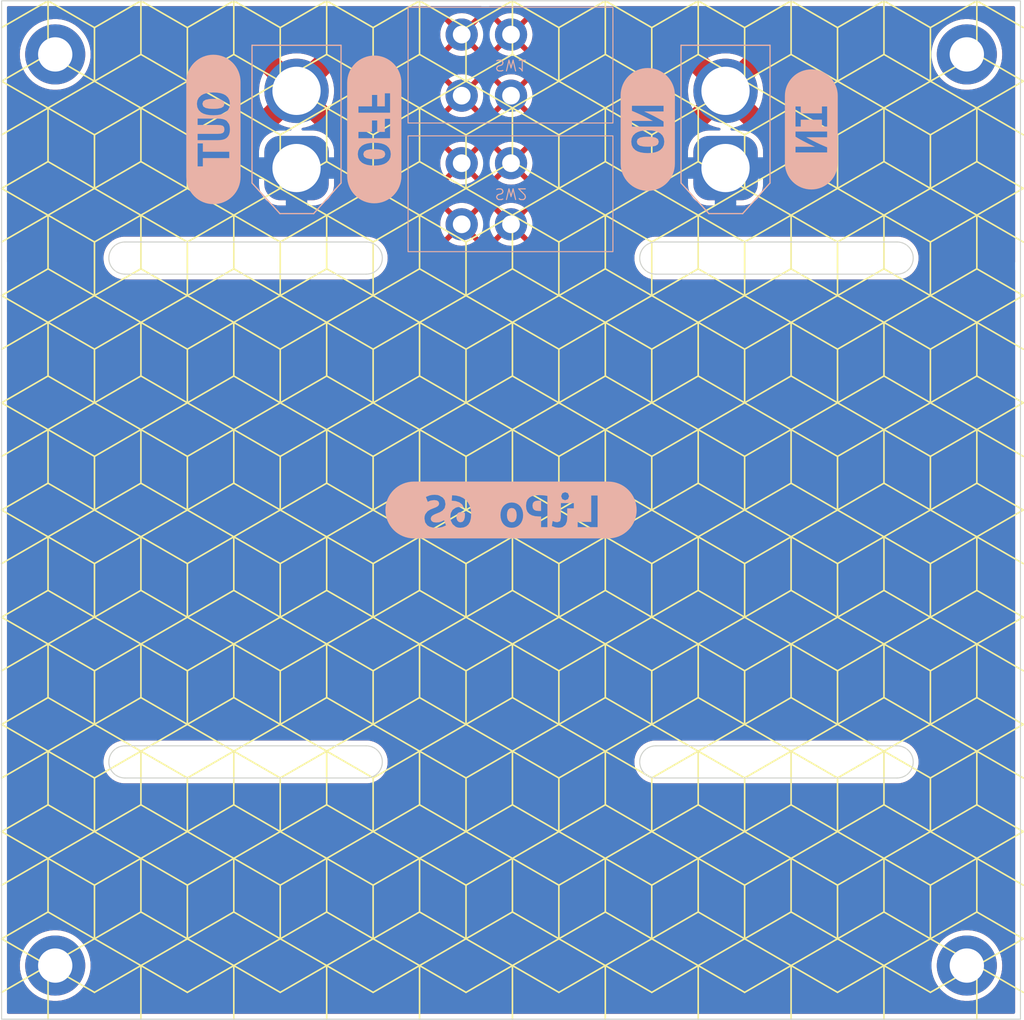
<source format=kicad_pcb>
(kicad_pcb (version 20221018) (generator pcbnew)
  (layers (0 "F.Cu" signal) (31 "B.Cu" signal) (34 "B.Paste" user) (35 "F.Paste" user) (36 "B.SilkS" user "B.Silkscreen") (37 "F.SilkS" user "F.Silkscreen") (38 "B.Mask" user) (39 "F.Mask" user) (44 "Edge.Cuts" user))
  (net 0 "")
  (net 1 "GND")
  (net 2 "/PWR_IN")
  (net 3 "/PWR_OUT")
  (footprint "MountingHole:MountingHole_3.2mm_M3_DIN965_Pad" (layer "F.Cu") (at 110 25)
    (fp_text reference "H2" hide)
    (fp_text value "MountingHole")
    (pad "1" thru_hole circle (at 0 0) (size 5.6 5.6) (drill 3.2) (layers "*.Cu" "*.Mask"))
  )
  (footprint "MountingHole:MountingHole_3.2mm_M3_DIN965_Pad" (layer "F.Cu") (at 25 25)
    (fp_text reference "H1" hide)
    (fp_text value "MountingHole")
    (pad "1" thru_hole circle (at 0 0) (size 5.6 5.6) (drill 3.2) (layers "*.Cu" "*.Mask"))
  )
  (footprint "MountingHole:MountingHole_3.2mm_M3_DIN965_Pad" (layer "F.Cu") (at 25 110)
    (fp_text reference "H3" hide)
    (fp_text value "MountingHole")
    (pad "1" thru_hole circle (at 0 0) (size 5.6 5.6) (drill 3.2) (layers "*.Cu" "*.Mask"))
  )
  (footprint "MountingHole:MountingHole_3.2mm_M3_DIN965_Pad" (layer "F.Cu") (at 110 110)
    (fp_text reference "H4" hide)
    (fp_text value "MountingHole")
    (pad "1" thru_hole circle (at 0 0) (size 5.6 5.6) (drill 3.2) (layers "*.Cu" "*.Mask"))
  )
  (footprint "kibuzzard-656351D2" (layer "B.Cu") (at 54.75 32 90)
    (fp_text reference "kibuzzard-656351D2" hide)
    (fp_text value "G***" hide)
  )
  (footprint "Connector_AMASS:AMASS_XT60-F_1x02_P7.20mm_Vertical" (layer "B.Cu") (at 47.5 35.6 90)
    (fp_text reference "J2" hide)
    (fp_text value "Conn_01x02")
    (pad "1" thru_hole roundrect (at 0 0 90) (size 6 6) (drill 4.5) (layers "*.Cu" "*.Mask") (net 1 "GND") (thermal_bridge_width 2))
    (pad "2" thru_hole circle (at 7.2 0 90) (size 6 6) (drill 4.5) (layers "*.Cu" "*.Mask") (net 3 "/PWR_OUT") (thermal_bridge_width 2))
  )
  (footprint "kibuzzard-656351E7" (layer "B.Cu") (at 80.25 32 90)
    (fp_text reference "kibuzzard-656351E7" hide)
    (fp_text value "G***" hide)
  )
  (footprint "kibuzzard-65635119" (layer "B.Cu") (at 67.5 67.5 180)
    (fp_text reference "kibuzzard-65635119" hide)
    (fp_text value "G***" hide)
  )
  (footprint "kibuzzard-65634FCA" (layer "B.Cu") (at 95.5 32 -90)
    (fp_text reference "kibuzzard-65634FCA" hide)
    (fp_text value "G***" hide)
  )
  (footprint "cube-batteryboard:L201011MS02Q" (layer "B.Cu") (at 67.5 26)
    (fp_text reference "SW1" (at 0 0 180 unlocked) (layer "B.SilkS") (effects (font (thickness 0.1)) (justify mirror)))
    (fp_text value "SW_DPST" hide)
    (pad "1" thru_hole circle (at -4.6 2.85) (size 3 3) (drill 1.65) (layers "*.Cu" "*.Mask") (net 3 "/PWR_OUT"))
    (pad "2" thru_hole circle (at 0 2.85) (size 3 3) (drill 1.65) (layers "*.Cu" "*.Mask") (net 2 "/PWR_IN"))
    (pad "3" thru_hole circle (at -4.6 -2.85) (size 3 3) (drill 1.65) (layers "*.Cu" "*.Mask") (net 3 "/PWR_OUT"))
    (pad "4" thru_hole circle (at 0 -2.85) (size 3 3) (drill 1.65) (layers "*.Cu" "*.Mask") (net 2 "/PWR_IN"))
  )
  (footprint "Connector_AMASS:AMASS_XT60-M_1x02_P7.20mm_Vertical" (layer "B.Cu") (at 87.5 35.6 90)
    (fp_text reference "J1" hide)
    (fp_text value "Conn_01x02")
    (pad "1" thru_hole roundrect (at 0 0 90) (size 6 6) (drill 4.5) (layers "*.Cu" "*.Mask") (net 1 "GND") (thermal_bridge_width 2))
    (pad "2" thru_hole circle (at 7.2 0 90) (size 6 6) (drill 4.5) (layers "*.Cu" "*.Mask") (net 2 "/PWR_IN") (thermal_bridge_width 2))
  )
  (footprint "cube-batteryboard:L201011MS02Q" (layer "B.Cu") (at 67.5 38)
    (fp_text reference "SW2" (at 0 0 180 unlocked) (layer "B.SilkS") (effects (font (thickness 0.1)) (justify mirror)))
    (fp_text value "SW_DPST" hide)
    (pad "1" thru_hole circle (at -4.6 2.85) (size 3 3) (drill 1.65) (layers "*.Cu" "*.Mask") (net 3 "/PWR_OUT"))
    (pad "2" thru_hole circle (at 0 2.85) (size 3 3) (drill 1.65) (layers "*.Cu" "*.Mask") (net 2 "/PWR_IN"))
    (pad "3" thru_hole circle (at -4.6 -2.85) (size 3 3) (drill 1.65) (layers "*.Cu" "*.Mask") (net 3 "/PWR_OUT"))
    (pad "4" thru_hole circle (at 0 -2.85) (size 3 3) (drill 1.65) (layers "*.Cu" "*.Mask") (net 2 "/PWR_IN"))
  )
  (footprint "kibuzzard-656351C1" (layer "B.Cu") (at 39.75 32 -90)
    (fp_text reference "kibuzzard-656351C1" hide)
    (fp_text value "G***" hide)
  )
  (gr_line (start 115.262794 52.5) (end 110.932667 50) (stroke (width 0.15)) (layer "F.SilkS"))
  (gr_line (start 32.990381 65) (end 37.320508 67.5) (stroke (width 0.15)) (layer "F.SilkS"))
  (gr_line (start 32.990381 110) (end 28.660254 112.5) (stroke (width 0.15)) (layer "F.SilkS"))
  (gr_line (start 24.330127 60) (end 28.660254 57.5) (stroke (width 0.15)) (layer "F.SilkS"))
  (gr_line (start 37.320508 102.5) (end 37.320508 107.5) (stroke (width 0.15)) (layer "F.SilkS"))
  (gr_line (start 50.310889 105) (end 54.641016 107.5) (stroke (width 0.15)) (layer "F.SilkS"))
  (gr_line (start 32.990381 35) (end 37.320508 37.5) (stroke (width 0.15)) (layer "F.SilkS"))
  (gr_line (start 110.932667 105) (end 106.60254 107.5) (stroke (width 0.15)) (layer "F.SilkS"))
  (gr_line (start 54.641016 87.5) (end 58.971143 90) (stroke (width 0.15)) (layer "F.SilkS"))
  (gr_line (start 76.291651 85) (end 71.961524 87.5) (stroke (width 0.15)) (layer "F.SilkS"))
  (gr_line (start 89.282032 102.5) (end 89.282032 107.5) (stroke (width 0.15)) (layer "F.SilkS"))
  (gr_line (start 24.330127 105) (end 20 107.5) (stroke (width 0.15)) (layer "F.SilkS"))
  (gr_line (start 102.272413 105) (end 106.60254 107.5) (stroke (width 0.15)) (layer "F.SilkS"))
  (gr_line (start 80.621778 52.5) (end 80.621778 57.5) (stroke (width 0.15)) (layer "F.SilkS"))
  (gr_line (start 76.291651 55) (end 71.961524 57.5) (stroke (width 0.15)) (layer "F.SilkS"))
  (gr_line (start 20 77.5) (end 24.330127 80) (stroke (width 0.15)) (layer "F.SilkS"))
  (gr_line (start 54.641016 82.5) (end 50.310889 80) (stroke (width 0.15)) (layer "F.SilkS"))
  (gr_line (start 71.961524 82.5) (end 71.961524 87.5) (stroke (width 0.15)) (layer "F.SilkS"))
  (gr_line (start 76.291651 100) (end 80.621778 97.5) (stroke (width 0.15)) (layer "F.SilkS"))
  (gr_line (start 71.961524 27.5) (end 76.291651 30) (stroke (width 0.15)) (layer "F.SilkS"))
  (gr_line (start 93.612159 40) (end 89.282032 42.5) (stroke (width 0.15)) (layer "F.SilkS"))
  (gr_line (start 76.291651 55) (end 80.621778 57.5) (stroke (width 0.15)) (layer "F.SilkS"))
  (gr_line (start 32.990381 90) (end 28.660254 92.5) (stroke (width 0.15)) (layer "F.SilkS"))
  (gr_line (start 45.980762 82.5) (end 45.980762 87.5) (stroke (width 0.15)) (layer "F.SilkS"))
  (gr_line (start 102.272413 90) (end 102.272413 95) (stroke (width 0.15)) (layer "F.SilkS"))
  (gr_line (start 115.262794 112.5) (end 110.932667 110) (stroke (width 0.15)) (layer "F.SilkS"))
  (gr_line (start 106.60254 102.5) (end 102.272413 100) (stroke (width 0.15)) (layer "F.SilkS"))
  (gr_line (start 80.621778 42.5) (end 76.291651 40) (stroke (width 0.15)) (layer "F.SilkS"))
  (gr_line (start 110.932667 85) (end 106.60254 87.5) (stroke (width 0.15)) (layer "F.SilkS"))
  (gr_line (start 93.612159 35) (end 97.942286 37.5) (stroke (width 0.15)) (layer "F.SilkS"))
  (gr_line (start 89.282032 87.5) (end 93.612159 90) (stroke (width 0.15)) (layer "F.SilkS"))
  (gr_line (start 71.961524 52.5) (end 67.631397 50) (stroke (width 0.15)) (layer "F.SilkS"))
  (gr_line (start 37.320508 27.5) (end 41.650635 30) (stroke (width 0.15)) (layer "F.SilkS"))
  (gr_line (start 45.980762 32.5) (end 41.650635 30) (stroke (width 0.15)) (layer "F.SilkS"))
  (gr_line (start 76.291651 45) (end 71.961524 47.5) (stroke (width 0.15)) (layer "F.SilkS"))
  (gr_line (start 71.961524 102.5) (end 71.961524 107.5) (stroke (width 0.15)) (layer "F.SilkS"))
  (gr_line (start 67.631397 40) (end 71.961524 37.5) (stroke (width 0.15)) (layer "F.SilkS"))
  (gr_line (start 32.990381 95) (end 37.320508 97.5) (stroke (width 0.15)) (layer "F.SilkS"))
  (gr_line (start 93.612159 65) (end 97.942286 67.5) (stroke (width 0.15)) (layer "F.SilkS"))
  (gr_line (start 80.621778 62.5) (end 80.621778 67.5) (stroke (width 0.15)) (layer "F.SilkS"))
  (gr_line (start 76.291651 60) (end 71.961524 62.5) (stroke (width 0.15)) (layer "F.SilkS"))
  (gr_line (start 50.310889 75) (end 54.641016 77.5) (stroke (width 0.15)) (layer "F.SilkS"))
  (gr_line (start 102.272413 105) (end 97.942286 107.5) (stroke (width 0.15)) (layer "F.SilkS"))
  (gr_line (start 41.650635 40) (end 45.980762 37.5) (stroke (width 0.15)) (layer "F.SilkS"))
  (gr_line (start 41.650635 35) (end 45.980762 37.5) (stroke (width 0.15)) (layer "F.SilkS"))
  (gr_line (start 45.980762 72.5) (end 41.650635 70) (stroke (width 0.15)) (layer "F.SilkS"))
  (gr_line (start 89.282032 27.5) (end 93.612159 30) (stroke (width 0.15)) (layer "F.SilkS"))
  (gr_line (start 28.660254 32.5) (end 28.660254 37.5) (stroke (width 0.15)) (layer "F.SilkS"))
  (gr_line (start 45.980762 102.5) (end 41.650635 100) (stroke (width 0.15)) (layer "F.SilkS"))
  (gr_line (start 84.951905 100) (end 80.621778 102.5) (stroke (width 0.15)) (layer "F.SilkS"))
  (gr_line (start 63.30127 27.5) (end 67.631397 30) (stroke (width 0.15)) (layer "F.SilkS"))
  (gr_line (start 67.631397 105) (end 63.30127 107.5) (stroke (width 0.15)) (layer "F.SilkS"))
  (gr_line (start 93.612159 100) (end 89.282032 102.5) (stroke (width 0.15)) (layer "F.SilkS"))
  (gr_line (start 41.650635 25) (end 45.980762 27.5) (stroke (width 0.15)) (layer "F.SilkS"))
  (gr_line (start 76.291651 40) (end 76.291651 45) (stroke (width 0.15)) (layer "F.SilkS"))
  (gr_line (start 93.612159 110) (end 89.282032 112.5) (stroke (width 0.15)) (layer "F.SilkS"))
  (gr_line (start 41.650635 90) (end 45.980762 87.5) (stroke (width 0.15)) (layer "F.SilkS"))
  (gr_line (start 76.291651 30) (end 80.621778 27.5) (stroke (width 0.15)) (layer "F.SilkS"))
  (gr_line (start 28.660254 42.5) (end 24.330127 40) (stroke (width 0.15)) (layer "F.SilkS"))
  (gr_line (start 41.650635 30) (end 37.320508 32.5) (stroke (width 0.15)) (layer "F.SilkS"))
  (gr_line (start 93.612159 20) (end 89.282032 22.5) (stroke (width 0.15)) (layer "F.SilkS"))
  (gr_line (start 32.990381 110) (end 37.320508 107.5) (stroke (width 0.15)) (layer "F.SilkS"))
  (gr_line (start 80.621778 57.5) (end 84.951905 60) (stroke (width 0.15)) (layer "F.SilkS"))
  (gr_line (start 37.320508 57.5) (end 41.650635 60) (stroke (width 0.15)) (layer "F.SilkS"))
  (gr_line (start 58.971143 105) (end 63.30127 107.5) (stroke (width 0.15)) (layer "F.SilkS"))
  (gr_line (start 50.310889 100) (end 54.641016 97.5) (stroke (width 0.15)) (layer "F.SilkS"))
  (gr_line (start 54.641016 67.5) (end 58.971143 70) (stroke (width 0.15)) (layer "F.SilkS"))
  (gr_line (start 50.310889 60) (end 50.310889 65) (stroke (width 0.15)) (layer "F.SilkS"))
  (gr_line (start 76.291651 60) (end 80.621778 57.5) (stroke (width 0.15)) (layer "F.SilkS"))
  (gr_line (start 110.932667 35) (end 115.262794 37.5) (stroke (width 0.15)) (layer "F.SilkS"))
  (gr_line (start 50.310889 30) (end 45.980762 32.5) (stroke (width 0.15)) (layer "F.SilkS"))
  (gr_line (start 41.650635 40) (end 41.650635 45) (stroke (width 0.15)) (layer "F.SilkS"))
  (gr_line (start 102.272413 80) (end 102.272413 85) (stroke (width 0.15)) (layer "F.SilkS"))
  (gr_line (start 50.310889 90) (end 50.310889 95) (stroke (width 0.15)) (layer "F.SilkS"))
  (gr_line (start 32.990381 80) (end 37.320508 77.5) (stroke (width 0.15)) (layer "F.SilkS"))
  (gr_line (start 45.980762 22.5) (end 41.650635 20) (stroke (width 0.15)) (layer "F.SilkS"))
  (gr_line (start 84.951905 40) (end 89.282032 37.5) (stroke (width 0.15)) (layer "F.SilkS"))
  (gr_line (start 20 47.5) (end 24.330127 50) (stroke (width 0.15)) (layer "F.SilkS"))
  (gr_line (start 50.310889 55) (end 54.641016 57.5) (stroke (width 0.15)) (layer "F.SilkS"))
  (gr_line (start 89.282032 22.5) (end 89.282032 27.5) (stroke (width 0.15)) (layer "F.SilkS"))
  (gr_line (start 28.660254 92.5) (end 28.660254 97.5) (stroke (width 0.15)) (layer "F.SilkS"))
  (gr_line (start 93.612159 70) (end 97.942286 67.5) (stroke (width 0.15)) (layer "F.SilkS"))
  (gr_line (start 58.971143 30) (end 54.641016 32.5) (stroke (width 0.15)) (layer "F.SilkS"))
  (gr_line (start 24.330127 110) (end 24.330127 115) (stroke (width 0.15)) (layer "F.SilkS"))
  (gr_line (start 110.932667 25) (end 106.60254 27.5) (stroke (width 0.15)) (layer "F.SilkS"))
  (gr_line (start 24.330127 85) (end 28.660254 87.5) (stroke (width 0.15)) (layer "F.SilkS"))
  (gr_line (start 76.291651 40) (end 71.961524 42.5) (stroke (width 0.15)) (layer "F.SilkS"))
  (gr_line (start 28.660254 92.5) (end 24.330127 90) (stroke (width 0.15)) (layer "F.SilkS"))
  (gr_line (start 71.961524 32.5) (end 67.631397 30) (stroke (width 0.15)) (layer "F.SilkS"))
  (gr_line (start 76.291651 80) (end 71.961524 82.5) (stroke (width 0.15)) (layer "F.SilkS"))
  (gr_line (start 106.60254 22.5) (end 102.272413 20) (stroke (width 0.15)) (layer "F.SilkS"))
  (gr_line (start 80.621778 37.5) (end 84.951905 40) (stroke (width 0.15)) (layer "F.SilkS"))
  (gr_line (start 50.310889 50) (end 54.641016 47.5) (stroke (width 0.15)) (layer "F.SilkS"))
  (gr_line (start 93.612159 30) (end 93.612159 35) (stroke (width 0.15)) (layer "F.SilkS"))
  (gr_line (start 54.641016 52.5) (end 54.641016 57.5) (stroke (width 0.15)) (layer "F.SilkS"))
  (gr_line (start 67.631397 60) (end 63.30127 62.5) (stroke (width 0.15)) (layer "F.SilkS"))
  (gr_line (start 24.330127 100) (end 24.330127 105) (stroke (width 0.15)) (layer "F.SilkS"))
  (gr_line (start 80.621778 92.5) (end 80.621778 97.5) (stroke (width 0.15)) (layer "F.SilkS"))
  (gr_line (start 20 97.5) (end 24.330127 100) (stroke (width 0.15)) (layer "F.SilkS"))
  (gr_line (start 106.60254 22.5) (end 106.60254 27.5) (stroke (width 0.15)) (layer "F.SilkS"))
  (gr_line (start 32.990381 50) (end 32.990381 55) (stroke (width 0.15)) (layer "F.SilkS"))
  (gr_line (start 67.631397 55) (end 63.30127 57.5) (stroke (width 0.15)) (layer "F.SilkS"))
  (gr_line (start 97.942286 112.5) (end 93.612159 110) (stroke (width 0.15)) (layer "F.SilkS"))
  (gr_line (start 80.621778 102.5) (end 80.621778 107.5) (stroke (width 0.15)) (layer "F.SilkS"))
  (gr_line (start 24.330127 110) (end 20 112.5) (stroke (width 0.15)) (layer "F.SilkS"))
  (gr_line (start 54.641016 37.5) (end 58.971143 40) (stroke (width 0.15)) (layer "F.SilkS"))
  (gr_line (start 106.60254 107.5) (end 110.932667 110) (stroke (width 0.15)) (layer "F.SilkS"))
  (gr_line (start 102.272413 70) (end 106.60254 67.5) (stroke (width 0.15)) (layer "F.SilkS"))
  (gr_line (start 84.951905 60) (end 80.621778 62.5) (stroke (width 0.15)) (layer "F.SilkS"))
  (gr_line (start 28.660254 52.5) (end 24.330127 50) (stroke (width 0.15)) (layer "F.SilkS"))
  (gr_line (start 93.612159 35) (end 89.282032 37.5) (stroke (width 0.15)) (layer "F.SilkS"))
  (gr_line (start 50.310889 110) (end 54.641016 107.5) (stroke (width 0.15)) (layer "F.SilkS"))
  (gr_line (start 76.291651 35) (end 80.621778 37.5) (stroke (width 0.15)) (layer "F.SilkS"))
  (gr_line (start 89.282032 57.5) (end 93.612159 60) (stroke (width 0.15)) (layer "F.SilkS"))
  (gr_line (start 71.961524 97.5) (end 76.291651 100) (stroke (width 0.15)) (layer "F.SilkS"))
  (gr_line (start 97.942286 52.5) (end 97.942286 57.5) (stroke (width 0.15)) (layer "F.SilkS"))
  (gr_line (start 115.262794 82.5) (end 110.932667 80) (stroke (width 0.15)) (layer "F.SilkS"))
  (gr_line (start 71.961524 77.5) (end 76.291651 80) (stroke (width 0.15)) (layer "F.SilkS"))
  (gr_line (start 50.310889 20) (end 45.980762 22.5) (stroke (width 0.15)) (layer "F.SilkS"))
  (gr_line (start 115.262794 92.5) (end 110.932667 90) (stroke (width 0.15)) (layer "F.SilkS"))
  (gr_line (start 93.612159 90) (end 97.942286 87.5) (stroke (width 0.15)) (layer "F.SilkS"))
  (gr_line (start 80.621778 82.5) (end 80.621778 87.5) (stroke (width 0.15)) (layer "F.SilkS"))
  (gr_line (start 102.272413 30) (end 106.60254 27.5) (stroke (width 0.15)) (layer "F.SilkS"))
  (gr_line (start 45.980762 47.5) (end 50.310889 50) (stroke (width 0.15)) (layer "F.SilkS"))
  (gr_line (start 32.990381 80) (end 28.660254 82.5) (stroke (width 0.15)) (layer "F.SilkS"))
  (gr_line (start 84.951905 110) (end 80.621778 112.5) (stroke (width 0.15)) (layer "F.SilkS"))
  (gr_line (start 97.942286 42.5) (end 97.942286 47.5) (stroke (width 0.15)) (layer "F.SilkS"))
  (gr_line (start 37.320508 107.5) (end 41.650635 110) (stroke (width 0.15)) (layer "F.SilkS"))
  (gr_line (start 76.291651 25) (end 80.621778 27.5) (stroke (width 0.15)) (layer "F.SilkS"))
  (gr_line (start 54.641016 82.5) (end 54.641016 87.5) (stroke (width 0.15)) (layer "F.SilkS"))
  (gr_line (start 32.990381 60) (end 32.990381 65) (stroke (width 0.15)) (layer "F.SilkS"))
  (gr_line (start 110.932667 50) (end 115.262794 47.5) (stroke (width 0.15)) (layer "F.SilkS"))
  (gr_line (start 106.60254 112.5) (end 102.272413 110) (stroke (width 0.15)) (layer "F.SilkS"))
  (gr_line (start 84.951905 95) (end 80.621778 97.5) (stroke (width 0.15)) (layer "F.SilkS"))
  (gr_line (start 58.971143 50) (end 58.971143 55) (stroke (width 0.15)) (layer "F.SilkS"))
  (gr_line (start 106.60254 92.5) (end 102.272413 90) (stroke (width 0.15)) (layer "F.SilkS"))
  (gr_line (start 67.631397 35) (end 71.961524 37.5) (stroke (width 0.15)) (layer "F.SilkS"))
  (gr_line (start 28.660254 22.5) (end 24.330127 20) (stroke (width 0.15)) (layer "F.SilkS"))
  (gr_line (start 28.660254 42.5) (end 28.660254 47.5) (stroke (width 0.15)) (layer "F.SilkS"))
  (gr_line (start 93.612159 45) (end 97.942286 47.5) (stroke (width 0.15)) (layer "F.SilkS"))
  (gr_line (start 110.932667 55) (end 106.60254 57.5) (stroke (width 0.15)) (layer "F.SilkS"))
  (gr_line (start 41.650635 95) (end 45.980762 97.5) (stroke (width 0.15)) (layer "F.SilkS"))
  (gr_line (start 67.631397 45) (end 63.30127 47.5) (stroke (width 0.15)) (layer "F.SilkS"))
  (gr_line (start 32.990381 75) (end 28.660254 77.5) (stroke (width 0.15)) (layer "F.SilkS"))
  (gr_line (start 41.650635 85) (end 45.980762 87.5) (stroke (width 0.15)) (layer "F.SilkS"))
  (gr_line (start 20 37.5) (end 24.330127 40) (stroke (width 0.15)) (layer "F.SilkS"))
  (gr_line (start 37.320508 62.5) (end 32.990381 60) (stroke (width 0.15)) (layer "F.SilkS"))
  (gr_line (start 102.272413 60) (end 102.272413 65) (stroke (width 0.15)) (layer "F.SilkS"))
  (gr_line (start 115.262794 22.5) (end 110.932667 20) (stroke (width 0.15)) (layer "F.SilkS"))
  (gr_line (start 37.320508 42.5) (end 32.990381 40) (stroke (width 0.15)) (layer "F.SilkS"))
  (gr_line (start 84.951905 90) (end 80.621778 92.5) (stroke (width 0.15)) (layer "F.SilkS"))
  (gr_line (start 93.612159 70) (end 89.282032 72.5) (stroke (width 0.15)) (layer "F.SilkS"))
  (gr_line (start 63.30127 37.5) (end 67.631397 40) (stroke (width 0.15)) (layer "F.SilkS"))
  (gr_line (start 32.990381 40) (end 28.660254 42.5) (stroke (width 0.15)) (layer "F.SilkS"))
  (gr_line (start 41.650635 45) (end 45.980762 47.5) (stroke (width 0.15)) (layer "F.SilkS"))
  (gr_line (start 71.961524 32.5) (end 71.961524 37.5) (stroke (width 0.15)) (layer "F.SilkS"))
  (gr_line (start 102.272413 25) (end 106.60254 27.5) (stroke (width 0.15)) (layer "F.SilkS"))
  (gr_line (start 67.631397 20) (end 63.30127 22.5) (stroke (width 0.15)) (layer "F.SilkS"))
  (gr_line (start 58.971143 40) (end 63.30127 37.5) (stroke (width 0.15)) (layer "F.SilkS"))
  (gr_line (start 84.951905 45) (end 80.621778 47.5) (stroke (width 0.15)) (layer "F.SilkS"))
  (gr_line (start 93.612159 60) (end 89.282032 62.5) (stroke (width 0.15)) (layer "F.SilkS"))
  (gr_line (start 58.971143 30) (end 63.30127 27.5) (stroke (width 0.15)) (layer "F.SilkS"))
  (gr_line (start 93.612159 40) (end 97.942286 37.5) (stroke (width 0.15)) (layer "F.SilkS"))
  (gr_line (start 50.310889 40) (end 50.310889 45) (stroke (width 0.15)) (layer "F.SilkS"))
  (gr_line (start 28.660254 62.5) (end 28.660254 67.5) (stroke (width 0.15)) (layer "F.SilkS"))
  (gr_line (start 32.990381 105) (end 37.320508 107.5) (stroke (width 0.15)) (layer "F.SilkS"))
  (gr_line (start 58.971143 70) (end 58.971143 75) (stroke (width 0.15)) (layer "F.SilkS"))
  (gr_line (start 28.660254 67.5) (end 32.990381 70) (stroke (width 0.15)) (layer "F.SilkS"))
  (gr_line (start 110.932667 80) (end 115.262794 77.5) (stroke (width 0.15)) (layer "F.SilkS"))
  (gr_line (start 89.282032 77.5) (end 93.612159 80) (stroke (width 0.15)) (layer "F.SilkS"))
  (gr_line (start 37.320508 102.5) (end 32.990381 100) (stroke (width 0.15)) (layer "F.SilkS"))
  (gr_line (start 102.272413 65) (end 106.60254 67.5) (stroke (width 0.15)) (layer "F.SilkS"))
  (gr_line (start 41.650635 90) (end 37.320508 92.5) (stroke (width 0.15)) (layer "F.SilkS"))
  (gr_line (start 76.291651 70) (end 80.621778 67.5) (stroke (width 0.15)) (layer "F.SilkS"))
  (gr_line (start 63.30127 82.5) (end 63.30127 87.5) (stroke (width 0.15)) (layer "F.SilkS"))
  (gr_line (start 93.612159 95) (end 89.282032 97.5) (stroke (width 0.15)) (layer "F.SilkS"))
  (gr_line (start 84.951905 25) (end 89.282032 27.5) (stroke (width 0.15)) (layer "F.SilkS"))
  (gr_line (start 41.650635 80) (end 37.320508 82.5) (stroke (width 0.15)) (layer "F.SilkS"))
  (gr_line (start 84.951905 50) (end 89.282032 47.5) (stroke (width 0.15)) (layer "F.SilkS"))
  (gr_line (start 67.631397 25) (end 71.961524 27.5) (stroke (width 0.15)) (layer "F.SilkS"))
  (gr_line (start 67.631397 70) (end 71.961524 67.5) (stroke (width 0.15)) (layer "F.SilkS"))
  (gr_line (start 102.272413 95) (end 106.60254 97.5) (stroke (width 0.15)) (layer "F.SilkS"))
  (gr_line (start 32.990381 90) (end 37.320508 87.5) (stroke (width 0.15)) (layer "F.SilkS"))
  (gr_line (start 50.310889 75) (end 45.980762 77.5) (stroke (width 0.15)) (layer "F.SilkS"))
  (gr_line (start 32.990381 90) (end 32.990381 95) (stroke (width 0.15)) (layer "F.SilkS"))
  (gr_line (start 67.631397 20) (end 67.631397 25) (stroke (width 0.15)) (layer "F.SilkS"))
  (gr_line (start 102.272413 45) (end 106.60254 47.5) (stroke (width 0.15)) (layer "F.SilkS"))
  (gr_line (start 63.30127 67.5) (end 67.631397 70) (stroke (width 0.15)) (layer "F.SilkS"))
  (gr_line (start 93.612159 50) (end 97.942286 47.5) (stroke (width 0.15)) (layer "F.SilkS"))
  (gr_line (start 80.621778 27.5) (end 84.951905 30) (stroke (width 0.15)) (layer "F.SilkS"))
  (gr_line (start 84.951905 80) (end 84.951905 85) (stroke (width 0.15)) (layer "F.SilkS"))
  (gr_line (start 71.961524 42.5) (end 67.631397 40) (stroke (width 0.15)) (layer "F.SilkS"))
  (gr_line (start 32.990381 75) (end 37.320508 77.5) (stroke (width 0.15)) (layer "F.SilkS"))
  (gr_line (start 71.961524 107.5) (end 76.291651 110) (stroke (width 0.15)) (layer "F.SilkS"))
  (gr_line (start 45.980762 52.5) (end 41.650635 50) (stroke (width 0.15)) (layer "F.SilkS"))
  (gr_line (start 50.310889 50) (end 45.980762 52.5) (stroke (width 0.15)) (layer "F.SilkS"))
  (gr_line (start 80.621778 77.5) (end 84.951905 80) (stroke (width 0.15)) (layer "F.SilkS"))
  (gr_line (start 97.942286 87.5) (end 102.272413 90) (stroke (width 0.15)) (layer "F.SilkS"))
  (gr_line (start 84.951905 100) (end 84.951905 105) (stroke (width 0.15)) (layer "F.SilkS"))
  (gr_line (start 102.272413 70) (end 102.272413 75) (stroke (width 0.15)) (layer "F.SilkS"))
  (gr_line (start 54.641016 92.5) (end 54.641016 97.5) (stroke (width 0.15)) (layer "F.SilkS"))
  (gr_line (start 54.641016 102.5) (end 50.310889 100) (stroke (width 0.15)) (layer "F.SilkS"))
  (gr_line (start 76.291651 65) (end 71.961524 67.5) (stroke (width 0.15)) (layer "F.SilkS"))
  (gr_line (start 58.971143 75) (end 63.30127 77.5) (stroke (width 0.15)) (layer "F.SilkS"))
  (gr_line (start 102.272413 50) (end 106.60254 47.5) (stroke (width 0.15)) (layer "F.SilkS"))
  (gr_line (start 24.330127 85) (end 20 87.5) (stroke (width 0.15)) (layer "F.SilkS"))
  (gr_line (start 32.990381 25) (end 28.660254 27.5) (stroke (width 0.15)) (layer "F.SilkS"))
  (gr_line (start 110.932667 95) (end 106.60254 97.5) (stroke (width 0.15)) (layer "F.SilkS"))
  (gr_line (start 89.282032 52.5) (end 84.951905 50) (stroke (width 0.15)) (layer "F.SilkS"))
  (gr_line (start 80.621778 107.5) (end 84.951905 110) (stroke (width 0.15)) (layer "F.SilkS"))
  (gr_line (start 102.272413 60) (end 97.942286 62.5) (stroke (width 0.15)) (layer "F.SilkS"))
  (gr_line (start 50.310889 55) (end 45.980762 57.5) (stroke (width 0.15)) (layer "F.SilkS"))
  (gr_line (start 76.291651 110) (end 80.621778 107.5) (stroke (width 0.15)) (layer "F.SilkS"))
  (gr_line (start 41.650635 55) (end 37.320508 57.5) (stroke (width 0.15)) (layer "F.SilkS"))
  (gr_line (start 45.980762 62.5) (end 41.650635 60) (stroke (width 0.15)) (layer "F.SilkS"))
  (gr_line (start 110.932667 35) (end 106.60254 37.5) (stroke (width 0.15)) (layer "F.SilkS"))
  (gr_line (start 58.971143 80) (end 54.641016 82.5) (stroke (width 0.15)) (layer "F.SilkS"))
  (gr_line (start 102.272413 40) (end 97.942286 42.5) (stroke (width 0.15)) (layer "F.SilkS"))
  (gr_line (start 97.942286 67.5) (end 102.272413 70) (stroke (width 0.15)) (layer "F.SilkS"))
  (gr_line (start 84.951905 70) (end 89.282032 67.5) (stroke (width 0.15)) (layer "F.SilkS"))
  (gr_line (start 67.631397 40) (end 67.631397 45) (stroke (width 0.15)) (layer "F.SilkS"))
  (gr_line (start 54.641016 92.5) (end 50.310889 90) (stroke (width 0.15)) (layer "F.SilkS"))
  (gr_line (start 84.951905 75) (end 80.621778 77.5) (stroke (width 0.15)) (layer "F.SilkS"))
  (gr_line (start 102.272413 75) (end 97.942286 77.5) (stroke (width 0.15)) (layer "F.SilkS"))
  (gr_line (start 58.971143 35) (end 63.30127 37.5) (stroke (width 0.15)) (layer "F.SilkS"))
  (gr_line (start 50.310889 65) (end 45.980762 67.5) (stroke (width 0.15)) (layer "F.SilkS"))
  (gr_line (start 110.932667 110) (end 115.262794 107.5) (stroke (width 0.15)) (layer "F.SilkS"))
  (gr_line (start 76.291651 45) (end 80.621778 47.5) (stroke (width 0.15)) (layer "F.SilkS"))
  (gr_line (start 106.60254 87.5) (end 110.932667 90) (stroke (width 0.15)) (layer "F.SilkS"))
  (gr_line (start 67.631397 30) (end 67.631397 35) (stroke (width 0.15)) (layer "F.SilkS"))
  (gr_line (start 93.612159 110) (end 97.942286 107.5) (stroke (width 0.15)) (layer "F.SilkS"))
  (gr_line (start 97.942286 32.5) (end 93.612159 30) (stroke (width 0.15)) (layer "F.SilkS"))
  (gr_line (start 84.951905 60) (end 84.951905 65) (stroke (width 0.15)) (layer "F.SilkS"))
  (gr_line (start 24.330127 25) (end 20 27.5) (stroke (width 0.15)) (layer "F.SilkS"))
  (gr_line (start 102.272413 45) (end 97.942286 47.5) (stroke (width 0.15)) (layer "F.SilkS"))
  (gr_line (start 102.272413 35) (end 106.60254 37.5) (stroke (width 0.15)) (layer "F.SilkS"))
  (gr_line (start 32.990381 45) (end 28.660254 47.5) (stroke (width 0.15)) (layer "F.SilkS"))
  (gr_line (start 32.990381 60) (end 28.660254 62.5) (stroke (width 0.15)) (layer "F.SilkS"))
  (gr_line (start 58.971143 95) (end 54.641016 97.5) (stroke (width 0.15)) (layer "F.SilkS"))
  (gr_line (start 93.612159 60) (end 93.612159 65) (stroke (width 0.15)) (layer "F.SilkS"))
  (gr_line (start 106.60254 97.5) (end 110.932667 100) (stroke (width 0.15)) (layer "F.SilkS"))
  (gr_line (start 110.932667 75) (end 115.262794 77.5) (stroke (width 0.15)) (layer "F.SilkS"))
  (gr_line (start 54.641016 57.5) (end 58.971143 60) (stroke (width 0.15)) (layer "F.SilkS"))
  (gr_line (start 50.310889 95) (end 54.641016 97.5) (stroke (width 0.15)) (layer "F.SilkS"))
  (gr_line (start 76.291651 20) (end 71.961524 22.5) (stroke (width 0.15)) (layer "F.SilkS"))
  (gr_line (start 58.971143 30) (end 58.971143 35) (stroke (width 0.15)) (layer "F.SilkS"))
  (gr_line (start 89.282032 92.5) (end 84.951905 90) (stroke (width 0.15)) (layer "F.SilkS"))
  (gr_line (start 45.980762 102.5) (end 45.980762 107.5) (stroke (width 0.15)) (layer "F.SilkS"))
  (gr_line (start 24.330127 40) (end 20 42.5) (stroke (width 0.15)) (layer "F.SilkS"))
  (gr_line (start 102.272413 40) (end 106.60254 37.5) (stroke (width 0.15)) (layer "F.SilkS"))
  (gr_line (start 63.30127 102.5) (end 58.971143 100) (stroke (width 0.15)) (layer "F.SilkS"))
  (gr_line (start 89.282032 107.5) (end 93.612159 110) (stroke (width 0.15)) (layer "F.SilkS"))
  (gr_line (start 71.961524 67.5) (end 76.291651 70) (stroke (width 0.15)) (layer "F.SilkS"))
  (gr_line (start 24.330127 55) (end 20 57.5) (stroke (width 0.15)) (layer "F.SilkS"))
  (gr_line (start 71.961524 42.5) (end 71.961524 47.5) (stroke (width 0.15)) (layer "F.SilkS"))
  (gr_line (start 71.961524 37.5) (end 76.291651 40) (stroke (width 0.15)) (layer "F.SilkS"))
  (gr_line (start 54.641016 27.5) (end 58.971143 30) (stroke (width 0.15)) (layer "F.SilkS"))
  (gr_line (start 41.650635 80) (end 45.980762 77.5) (stroke (width 0.15)) (layer "F.SilkS"))
  (gr_line (start 67.631397 65) (end 63.30127 67.5) (stroke (width 0.15)) (layer "F.SilkS"))
  (gr_line (start 102.272413 50) (end 102.272413 55) (stroke (width 0.15)) (layer "F.SilkS"))
  (gr_line (start 71.961524 62.5) (end 67.631397 60) (stroke (width 0.15)) (layer "F.SilkS"))
  (gr_line (start 80.621778 112.5) (end 76.291651 110) (stroke (width 0.15)) (layer "F.SilkS"))
  (gr_line (start 67.631397 55) (end 71.961524 57.5) (stroke (width 0.15)) (layer "F.SilkS"))
  (gr_line (start 97.942286 102.5) (end 97.942286 107.5) (stroke (width 0.15)) (layer "F.SilkS"))
  (gr_line (start 58.971143 20) (end 58.971143 25) (stroke (width 0.15)) (layer "F.SilkS"))
  (gr_line (start 115.262794 42.5) (end 110.932667 40) (stroke (width 0.15)) (layer "F.SilkS"))
  (gr_line (start 93.612159 85) (end 97.942286 87.5) (stroke (width 0.15)) (layer "F.SilkS"))
  (gr_line (start 37.320508 77.5) (end 41.650635 80) (stroke (width 0.15)) (layer "F.SilkS"))
  (gr_line (start 89.282032 102.5) (end 84.951905 100) (stroke (width 0.15)) (layer "F.SilkS"))
  (gr_line (start 45.980762 82.5) (end 41.650635 80) (stroke (width 0.15)) (layer "F.SilkS"))
  (gr_line (start 93.612159 110) (end 93.612159 115) (stroke (width 0.15)) (layer "F.SilkS"))
  (gr_line (start 50.310889 100) (end 50.310889 105) (stroke (width 0.15)) (layer "F.SilkS"))
  (gr_line (start 54.641016 42.5) (end 50.310889 40) (stroke (width 0.15)) (layer "F.SilkS"))
  (gr_line (start 93.612159 90) (end 93.612159 95) (stroke (width 0.15)) (layer "F.SilkS"))
  (gr_line (start 106.60254 62.5) (end 106.60254 67.5) (stroke (width 0.15)) (layer "F.SilkS"))
  (gr_line (start 41.650635 50) (end 45.980762 47.5) (stroke (width 0.15)) (layer "F.SilkS"))
  (gr_line (start 93.612159 100) (end 97.942286 97.5) (stroke (width 0.15)) (layer "F.SilkS"))
  (gr_line (start 58.971143 60) (end 54.641016 62.5) (stroke (width 0.15)) (layer "F.SilkS"))
  (gr_line (start 84.951905 30) (end 89.282032 27.5) (stroke (width 0.15)) (layer "F.SilkS"))
  (gr_line (start 41.650635 25) (end 37.320508 27.5) (stroke (width 0.15)) (layer "F.SilkS"))
  (gr_line (start 28.660254 57.5) (end 32.990381 60) (stroke (width 0.15)) (layer "F.SilkS"))
  (gr_line (start 76.291651 90) (end 71.961524 92.5) (stroke (width 0.15)) (layer "F.SilkS"))
  (gr_line (start 37.320508 62.5) (end 37.320508 67.5) (stroke (width 0.15)) (layer "F.SilkS"))
  (gr_line (start 28.660254 97.5) (end 32.990381 100) (stroke (width 0.15)) (layer "F.SilkS"))
  (gr_line (start 32.990381 50) (end 37.320508 47.5) (stroke (width 0.15)) (layer "F.SilkS"))
  (gr_line (start 102.272413 30) (end 97.942286 32.5) (stroke (width 0.15)) (layer "F.SilkS"))
  (gr_line (start 71.961524 112.5) (end 67.631397 110) (stroke (width 0.15)) (layer "F.SilkS"))
  (gr_line (start 84.951905 20) (end 80.621778 22.5) (stroke (width 0.15)) (layer "F.SilkS"))
  (gr_line (start 20 57.5) (end 24.330127 60) (stroke (width 0.15)) (layer "F.SilkS"))
  (gr_line (start 63.30127 107.5) (end 67.631397 110) (stroke (width 0.15)) (layer "F.SilkS"))
  (gr_line (start 67.631397 90) (end 63.30127 92.5) (stroke (width 0.15)) (layer "F.SilkS"))
  (gr_line (start 71.961524 72.5) (end 67.631397 70) (stroke (width 0.15)) (layer "F.SilkS"))
  (gr_line (start 41.650635 55) (end 45.980762 57.5) (stroke (width 0.15)) (layer "F.SilkS"))
  (gr_line (start 97.942286 37.5) (end 102.272413 40) (stroke (width 0.15)) (layer "F.SilkS"))
  (gr_line (start 54.641016 32.5) (end 50.310889 30) (stroke (width 0.15)) (layer "F.SilkS"))
  (gr_line (start 24.330127 75) (end 28.660254 77.5) (stroke (width 0.15)) (layer "F.SilkS"))
  (gr_line (start 102.272413 40) (end 102.272413 45) (stroke (width 0.15)) (layer "F.SilkS"))
  (gr_line (start 110.932667 45) (end 106.60254 47.5) (stroke (width 0.15)) (layer "F.SilkS"))
  (gr_line (start 89.282032 47.5) (end 93.612159 50) (stroke (width 0.15)) (layer "F.SilkS"))
  (gr_line (start 45.980762 112.5) (end 41.650635 110) (stroke (width 0.15)) (layer "F.SilkS"))
  (gr_line (start 58.971143 80) (end 63.30127 77.5) (stroke (width 0.15)) (layer "F.SilkS"))
  (gr_line (start 32.990381 30) (end 37.320508 27.5) (stroke (width 0.15)) (layer "F.SilkS"))
  (gr_line (start 106.60254 67.5) (end 110.932667 70) (stroke (width 0.15)) (layer "F.SilkS"))
  (gr_line (start 37.320508 22.5) (end 37.320508 27.5) (stroke (width 0.15)) (layer "F.SilkS"))
  (gr_line (start 80.621778 32.5) (end 76.291651 30) (stroke (width 0.15)) (layer "F.SilkS"))
  (gr_line (start 32.990381 85) (end 28.660254 87.5) (stroke (width 0.15)) (layer "F.SilkS"))
  (gr_line (start 84.951905 80) (end 80.621778 82.5) (stroke (width 0.15)) (layer "F.SilkS"))
  (gr_line (start 106.60254 62.5) (end 102.272413 60) (stroke (width 0.15)) (layer "F.SilkS"))
  (gr_line (start 28.660254 87.5) (end 32.990381 90) (stroke (width 0.15)) (layer "F.SilkS"))
  (gr_line (start 110.932667 45) (end 115.262794 47.5) (stroke (width 0.15)) (layer "F.SilkS"))
  (gr_line (start 67.631397 75) (end 71.961524 77.5) (stroke (width 0.15)) (layer "F.SilkS"))
  (gr_line (start 93.612159 40) (end 93.612159 45) (stroke (width 0.15)) (layer "F.SilkS"))
  (gr_line (start 32.990381 30) (end 28.660254 32.5) (stroke (width 0.15)) (layer "F.SilkS"))
  (gr_line (start 67.631397 110) (end 67.631397 115) (stroke (width 0.15)) (layer "F.SilkS"))
  (gr_line (start 67.631397 110) (end 71.961524 107.5) (stroke (width 0.15)) (layer "F.SilkS"))
  (gr_line (start 28.660254 102.5) (end 28.660254 107.5) (stroke (width 0.15)) (layer "F.SilkS"))
  (gr_line (start 24.330127 90) (end 20 92.5) (stroke (width 0.15)) (layer "F.SilkS"))
  (gr_line (start 63.30127 72.5) (end 63.30127 77.5) (stroke (width 0.15)) (layer "F.SilkS"))
  (gr_line (start 67.631397 40) (end 63.30127 42.5) (stroke (width 0.15)) (layer "F.SilkS"))
  (gr_line (start 63.30127 82.5) (end 58.971143 80) (stroke (width 0.15)) (layer "F.SilkS"))
  (gr_line (start 71.961524 72.5) (end 71.961524 77.5) (stroke (width 0.15)) (layer "F.SilkS"))
  (gr_line (start 45.980762 92.5) (end 41.650635 90) (stroke (width 0.15)) (layer "F.SilkS"))
  (gr_line (start 41.650635 50) (end 41.650635 55) (stroke (width 0.15)) (layer "F.SilkS"))
  (gr_line (start 93.612159 80) (end 97.942286 77.5) (stroke (width 0.15)) (layer "F.SilkS"))
  (gr_line (start 76.291651 75) (end 80.621778 77.5) (stroke (width 0.15)) (layer "F.SilkS"))
  (gr_line (start 110.932667 20) (end 106.60254 22.5) (stroke (width 0.15)) (layer "F.SilkS"))
  (gr_line (start 84.951905 45) (end 89.282032 47.5) (stroke (width 0.15)) (layer "F.SilkS"))
  (gr_line (start 24.330127 100) (end 28.660254 97.5) (stroke (width 0.15)) (layer "F.SilkS"))
  (gr_line (start 24.330127 35) (end 20 37.5) (stroke (width 0.15)) (layer "F.SilkS"))
  (gr_line (start 115.262794 62.5) (end 110.932667 60) (stroke (width 0.15)) (layer "F.SilkS"))
  (gr_line (start 24.330127 70) (end 20 72.5) (stroke (width 0.15)) (layer "F.SilkS"))
  (gr_line (start 58.971143 40) (end 54.641016 42.5) (stroke (width 0.15)) (layer "F.SilkS"))
  (gr_line (start 102.272413 75) (end 106.60254 77.5) (stroke (width 0.15)) (layer "F.SilkS"))
  (gr_line (start 80.621778 32.5) (end 80.621778 37.5) (stroke (width 0.15)) (layer "F.SilkS"))
  (gr_line (start 32.990381 70) (end 37.320508 67.5) (stroke (width 0.15)) (layer "F.SilkS"))
  (gr_line (start 67.631397 95) (end 71.961524 97.5) (stroke (width 0.15)) (layer "F.SilkS"))
  (gr_line (start 41.650635 110) (end 37.320508 112.5) (stroke (width 0.15)) (layer "F.SilkS"))
  (gr_line (start 50.310889 70) (end 54.641016 67.5) (stroke (width 0.15)) (layer "F.SilkS"))
  (gr_line (start 84.951905 65) (end 80.621778 67.5) (stroke (width 0.15)) (layer "F.SilkS"))
  (gr_line (start 67.631397 30) (end 71.961524 27.5) (stroke (width 0.15)) (layer "F.SilkS"))
  (gr_line (start 45.980762 37.5) (end 50.310889 40) (stroke (width 0.15)) (layer "F.SilkS"))
  (gr_line (start 32.990381 50) (end 28.660254 52.5) (stroke (width 0.15)) (layer "F.SilkS"))
  (gr_line (start 97.942286 107.5) (end 102.272413 110) (stroke (width 0.15)) (layer "F.SilkS"))
  (gr_line (start 32.990381 100) (end 28.660254 102.5) (stroke (width 0.15)) (layer "F.SilkS"))
  (gr_line (start 37.320508 22.5) (end 32.990381 20) (stroke (width 0.15)) (layer "F.SilkS"))
  (gr_line (start 102.272413 60) (end 106.60254 57.5) (stroke (width 0.15)) (layer "F.SilkS"))
  (gr_line (start 89.282032 82.5) (end 89.282032 87.5) (stroke (width 0.15)) (layer "F.SilkS"))
  (gr_line (start 76.291651 110) (end 76.291651 115) (stroke (width 0.15)) (layer "F.SilkS"))
  (gr_line (start 110.932667 65) (end 106.60254 67.5) (stroke (width 0.15)) (layer "F.SilkS"))
  (gr_line (start 32.990381 55) (end 28.660254 57.5) (stroke (width 0.15)) (layer "F.SilkS"))
  (gr_line (start 110.932667 70) (end 106.60254 72.5) (stroke (width 0.15)) (layer "F.SilkS"))
  (gr_line (start 84.951905 85) (end 89.282032 87.5) (stroke (width 0.15)) (layer "F.SilkS"))
  (gr_line (start 110.932667 70) (end 110.932667 75) (stroke (width 0.15)) (layer "F.SilkS"))
  (gr_line (start 93.612159 25) (end 97.942286 27.5) (stroke (width 0.15)) (layer "F.SilkS"))
  (gr_line (start 97.942286 32.5) (end 97.942286 37.5) (stroke (width 0.15)) (layer "F.SilkS"))
  (gr_line (start 97.942286 102.5) (end 93.612159 100) (stroke (width 0.15)) (layer "F.SilkS"))
  (gr_line (start 45.980762 107.5) (end 50.310889 110) (stroke (width 0.15)) (layer "F.SilkS"))
  (gr_line (start 24.330127 80) (end 28.660254 77.5) (stroke (width 0.15)) (layer "F.SilkS"))
  (gr_line (start 54.641016 72.5) (end 54.641016 77.5) (stroke (width 0.15)) (layer "F.SilkS"))
  (gr_line (start 41.650635 20) (end 37.320508 22.5) (stroke (width 0.15)) (layer "F.SilkS"))
  (gr_line (start 37.320508 32.5) (end 32.990381 30) (stroke (width 0.15)) (layer "F.SilkS"))
  (gr_line (start 102.272413 80) (end 106.60254 77.5) (stroke (width 0.15)) (layer "F.SilkS"))
  (gr_line (start 97.942286 57.5) (end 102.272413 60) (stroke (width 0.15)) (layer "F.SilkS"))
  (gr_line (start 67.631397 60) (end 67.631397 65) (stroke (width 0.15)) (layer "F.SilkS"))
  (gr_line (start 110.932667 55) (end 115.262794 57.5) (stroke (width 0.15)) (layer "F.SilkS"))
  (gr_line (start 32.990381 40) (end 37.320508 37.5) (stroke (width 0.15)) (layer "F.SilkS"))
  (gr_line (start 24.330127 20) (end 24.330127 25) (stroke (width 0.15)) (layer "F.SilkS"))
  (gr_line (start 93.612159 80) (end 93.612159 85) (stroke (width 0.15)) (layer "F.SilkS"))
  (gr_line (start 102.272413 20) (end 97.942286 22.5) (stroke (width 0.15)) (layer "F.SilkS"))
  (gr_line (start 97.942286 52.5) (end 93.612159 50) (stroke (width 0.15)) (layer "F.SilkS"))
  (gr_line (start 58.971143 55) (end 54.641016 57.5) (stroke (width 0.15)) (layer "F.SilkS"))
  (gr_line (start 50.310889 65) (end 54.641016 67.5) (stroke (width 0.15)) (layer "F.SilkS"))
  (gr_line (start 50.310889 90) (end 54.641016 87.5) (stroke (width 0.15)) (layer "F.SilkS"))
  (gr_line (start 41.650635 30) (end 45.980762 27.5) (stroke (width 0.15)) (layer "F.SilkS"))
  (gr_line (start 37.320508 47.5) (end 41.650635 50) (stroke (width 0.15)) (layer "F.SilkS"))
  (gr_line (start 102.272413 95) (end 97.942286 97.5) (stroke (width 0.15)) (layer "F.SilkS"))
  (gr_line (start 45.980762 52.5) (end 45.980762 57.5) (stroke (width 0.15)) (layer "F.SilkS"))
  (gr_line (start 24.330127 65) (end 28.660254 67.5) (stroke (width 0.15)) (layer "F.SilkS"))
  (gr_line (start 54.641016 97.5) (end 58.971143 100) (stroke (width 0.15)) (layer "F.SilkS"))
  (gr_line (start 76.291651 40) (end 80.621778 37.5) (stroke (width 0.15)) (layer "F.SilkS"))
  (gr_line (start 63.30127 62.5) (end 63.30127 67.5) (stroke (width 0.15)) (layer "F.SilkS"))
  (gr_line (start 50.310889 110) (end 50.310889 115) (stroke (width 0.15)) (layer "F.SilkS"))
  (gr_line (start 89.282032 37.5) (end 93.612159 40) (stroke (width 0.15)) (layer "F.SilkS"))
  (gr_line (start 37.320508 82.5) (end 32.990381 80) (stroke (width 0.15)) (layer "F.SilkS"))
  (gr_line (start 37.320508 112.5) (end 32.990381 110) (stroke (width 0.15)) (layer "F.SilkS"))
  (gr_line (start 93.612159 60) (end 97.942286 57.5) (stroke (width 0.15)) (layer "F.SilkS"))
  (gr_line (start 71.961524 22.5) (end 71.961524 27.5) (stroke (width 0.15)) (layer "F.SilkS"))
  (gr_line (start 45.980762 72.5) (end 45.980762 77.5) (stroke (width 0.15)) (layer "F.SilkS"))
  (gr_line (start 67.631397 45) (end 71.961524 47.5) (stroke (width 0.15)) (layer "F.SilkS"))
  (gr_line (start 54.641016 62.5) (end 54.641016 67.5) (stroke (width 0.15)) (layer "F.SilkS"))
  (gr_line (start 58.971143 65) (end 63.30127 67.5) (stroke (width 0.15)) (layer "F.SilkS"))
  (gr_line (start 76.291651 60) (end 76.291651 65) (stroke (width 0.15)) (layer "F.SilkS"))
  (gr_line (start 71.961524 47.5) (end 76.291651 50) (stroke (width 0.15)) (layer "F.SilkS"))
  (gr_line (start 89.282032 97.5) (end 93.612159 100) (stroke (width 0.15)) (layer "F.SilkS"))
  (gr_line (start 24.330127 30) (end 20 32.5) (stroke (width 0.15)) (layer "F.SilkS"))
  (gr_line (start 106.60254 92.5) (end 106.60254 97.5) (stroke (width 0.15)) (layer "F.SilkS"))
  (gr_line (start 50.310889 45) (end 45.980762 47.5) (stroke (width 0.15)) (layer "F.SilkS"))
  (gr_line (start 58.971143 25) (end 63.30127 27.5) (stroke (width 0.15)) (layer "F.SilkS"))
  (gr_line (start 37.320508 72.5) (end 32.990381 70) (stroke (width 0.15)) (layer "F.SilkS"))
  (gr_line (start 110.932667 105) (end 115.262794 107.5) (stroke (width 0.15)) (layer "F.SilkS"))
  (gr_line (start 67.631397 100) (end 71.961524 97.5) (stroke (width 0.15)) (layer "F.SilkS"))
  (gr_line (start 24.330127 50) (end 20 52.5) (stroke (width 0.15)) (layer "F.SilkS"))
  (gr_line (start 71.961524 57.5) (end 76.291651 60) (stroke (width 0.15)) (layer "F.SilkS"))
  (gr_line (start 45.980762 32.5) (end 45.980762 37.5) (stroke (width 0.15)) (layer "F.SilkS"))
  (gr_line (start 63.30127 22.5) (end 63.30127 27.5) (stroke (width 0.15)) (layer "F.SilkS"))
  (gr_line (start 76.291651 95) (end 71.961524 97.5) (stroke (width 0.15)) (layer "F.SilkS"))
  (gr_line (start 110.932667 80) (end 106.60254 82.5) (stroke (width 0.15)) (layer "F.SilkS"))
  (gr_line (start 45.980762 77.5) (end 50.310889 80) (stroke (width 0.15)) (layer "F.SilkS"))
  (gr_line (start 50.310889 80) (end 54.641016 77.5) (stroke (width 0.15)) (layer "F.SilkS"))
  (gr_line (start 93.612159 80) (end 89.282032 82.5) (stroke (width 0.15)) (layer "F.SilkS"))
  (gr_line (start 84.951905 65) (end 89.282032 67.5) (stroke (width 0.15)) (layer "F.SilkS"))
  (gr_line (start 28.660254 37.5) (end 32.990381 40) (stroke (width 0.15)) (layer "F.SilkS"))
  (gr_line (start 76.291651 50) (end 80.621778 47.5) (stroke (width 0.15)) (layer "F.SilkS"))
  (gr_line (start 67.631397 100) (end 67.631397 105) (stroke (width 0.15)) (layer "F.SilkS"))
  (gr_line (start 63.30127 87.5) (end 67.631397 90) (stroke (width 0.15)) (layer "F.SilkS"))
  (gr_line (start 76.291651 70) (end 76.291651 75) (stroke (width 0.15)) (layer "F.SilkS"))
  (gr_line (start 110.932667 25) (end 115.262794 27.5) (stroke (width 0.15)) (layer "F.SilkS"))
  (gr_line (start 110.932667 60) (end 106.60254 62.5) (stroke (width 0.15)) (layer "F.SilkS"))
  (gr_line (start 58.971143 65) (end 54.641016 67.5) (stroke (width 0.15)) (layer "F.SilkS"))
  (gr_line (start 54.641016 32.5) (end 54.641016 37.5) (stroke (width 0.15)) (layer "F.SilkS"))
  (gr_line (start 67.631397 75) (end 63.30127 77.5) (stroke (width 0.15)) (layer "F.SilkS"))
  (gr_line (start 84.951905 50) (end 84.951905 55) (stroke (width 0.15)) (layer "F.SilkS"))
  (gr_line (start 24.330127 60) (end 24.330127 65) (stroke (width 0.15)) (layer "F.SilkS"))
  (gr_line (start 63.30127 42.5) (end 63.30127 47.5) (stroke (width 0.15)) (layer "F.SilkS"))
  (gr_line (start 102.272413 30) (end 102.272413 35) (stroke (width 0.15)) (layer "F.SilkS"))
  (gr_line (start 89.282032 72.5) (end 89.282032 77.5) (stroke (width 0.15)) (layer "F.SilkS"))
  (gr_line (start 67.631397 70) (end 67.631397 75) (stroke (width 0.15)) (layer "F.SilkS"))
  (gr_line (start 41.650635 100) (end 37.320508 102.5) (stroke (width 0.15)) (layer "F.SilkS"))
  (gr_line (start 24.330127 35) (end 28.660254 37.5) (stroke (width 0.15)) (layer "F.SilkS"))
  (gr_line (start 84.951905 40) (end 84.951905 45) (stroke (width 0.15)) (layer "F.SilkS"))
  (gr_line (start 50.310889 40) (end 45.980762 42.5) (stroke (width 0.15)) (layer "F.SilkS"))
  (gr_line (start 67.631397 85) (end 71.961524 87.5) (stroke (width 0.15)) (layer "F.SilkS"))
  (gr_line (start 67.631397 50) (end 63.30127 52.5) (stroke (width 0.15)) (layer "F.SilkS"))
  (gr_line (start 80.621778 47.5) (end 84.951905 50) (stroke (width 0.15)) (layer "F.SilkS"))
  (gr_line (start 102.272413 110) (end 97.942286 112.5) (stroke (width 0.15)) (layer "F.SilkS"))
  (gr_line (start 24.330127 55) (end 28.660254 57.5) (stroke (width 0.15)) (layer "F.SilkS"))
  (gr_line (start 45.980762 87.5) (end 50.310889 90) (stroke (width 0.15)) (layer "F.SilkS"))
  (gr_line (start 24.330127 45) (end 28.660254 47.5) (stroke (width 0.15)) (layer "F.SilkS"))
  (gr_line (start 110.932667 110) (end 106.60254 112.5) (stroke (width 0.15)) (layer "F.SilkS"))
  (gr_line (start 28.660254 107.5) (end 32.990381 110) (stroke (width 0.15)) (layer "F.SilkS"))
  (gr_line (start 58.971143 50) (end 63.30127 47.5) (stroke (width 0.15)) (layer "F.SilkS"))
  (gr_line (start 67.631397 30) (end 63.30127 32.5) (stroke (width 0.15)) (layer "F.SilkS"))
  (gr_line (start 54.641016 107.5) (end 58.971143 110) (stroke (width 0.15)) (layer "F.SilkS"))
  (gr_line (start 41.650635 75) (end 45.980762 77.5) (stroke (width 0.15)) (layer "F.SilkS"))
  (gr_line (start 32.990381 80) (end 32.990381 85) (stroke (width 0.15)) (layer "F.SilkS"))
  (gr_line (start 67.631397 105) (end 71.961524 107.5) (stroke (width 0.15)) (layer "F.SilkS"))
  (gr_line (start 63.30127 112.5) (end 58.971143 110) (stroke (width 0.15)) (layer "F.SilkS"))
  (gr_line (start 54.641016 47.5) (end 58.971143 50) (stroke (width 0.15)) (layer "F.SilkS"))
  (gr_line (start 28.660254 72.5) (end 24.330127 70) (stroke (width 0.15)) (layer "F.SilkS"))
  (gr_line (start 24.330127 90) (end 24.330127 95) (stroke (width 0.15)) (layer "F.SilkS"))
  (gr_line (start 97.942286 72.5) (end 93.612159 70) (stroke (width 0.15)) (layer "F.SilkS"))
  (gr_line (start 84.951905 70) (end 80.621778 72.5) (stroke (width 0.15)) (layer "F.SilkS"))
  (gr_line (start 110.932667 85) (end 115.262794 87.5) (stroke (width 0.15)) (layer "F.SilkS"))
  (gr_line (start 50.310889 50) (end 50.310889 55) (stroke (width 0.15)) (layer "F.SilkS"))
  (gr_line (start 50.310889 40) (end 54.641016 37.5) (stroke (width 0.15)) (layer "F.SilkS"))
  (gr_line (start 89.282032 22.5) (end 84.951905 20) (stroke (width 0.15)) (layer "F.SilkS"))
  (gr_line (start 106.60254 37.5) (end 110.932667 40) (stroke (width 0.15)) (layer "F.SilkS"))
  (gr_line (start 32.990381 20) (end 32.990381 25) (stroke (width 0.15)) (layer "F.SilkS"))
  (gr_line (start 97.942286 82.5) (end 93.612159 80) (stroke (width 0.15)) (layer "F.SilkS"))
  (gr_line (start 93.612159 90) (end 89.282032 92.5) (stroke (width 0.15)) (layer "F.SilkS"))
  (gr_line (start 102.272413 25) (end 97.942286 27.5) (stroke (width 0.15)) (layer "F.SilkS"))
  (gr_line (start 50.310889 60) (end 45.980762 62.5) (stroke (width 0.15)) (layer "F.SilkS"))
  (gr_line (start 28.660254 62.5) (end 24.330127 60) (stroke (width 0.15)) (layer "F.SilkS"))
  (gr_line (start 71.961524 82.5) (end 67.631397 80) (stroke (width 0.15)) (layer "F.SilkS"))
  (gr_line (start 41.650635 70) (end 45.980762 67.5) (stroke (width 0.15)) (layer "F.SilkS"))
  (gr_line (start 41.650635 60) (end 45.980762 57.5) (stroke (width 0.15)) (layer "F.SilkS"))
  (gr_line (start 84.951905 35) (end 80.621778 37.5) (stroke (width 0.15)) (layer "F.SilkS"))
  (gr_line (start 45.980762 67.5) (end 50.310889 70) (stroke (width 0.15)) (layer "F.SilkS"))
  (gr_line (start 93.612159 85) (end 89.282032 87.5) (stroke (width 0.15)) (layer "F.SilkS"))
  (gr_line (start 20 87.5) (end 24.330127 90) (stroke (width 0.15)) (layer "F.SilkS"))
  (gr_line (start 80.621778 92.5) (end 76.291651 90) (stroke (width 0.15)) (layer "F.SilkS"))
  (gr_line (start 50.310889 70) (end 45.980762 72.5) (stroke (width 0.15)) (layer "F.SilkS"))
  (gr_line (start 76.291651 95) (end 80.621778 97.5) (stroke (width 0.15)) (layer "F.SilkS"))
  (gr_line (start 58.971143 100) (end 54.641016 102.5) (stroke (width 0.15)) (layer "F.SilkS"))
  (gr_line (start 89.282032 52.5) (end 89.282032 57.5) (stroke (width 0.15)) (layer "F.SilkS"))
  (gr_line (start 106.60254 42.5) (end 102.272413 40) (stroke (width 0.15)) (layer "F.SilkS"))
  (gr_line (start 41.650635 60) (end 41.650635 65) (stroke (width 0.15)) (layer "F.SilkS"))
  (gr_line (start 37.320508 87.5) (end 41.650635 90) (stroke (width 0.15)) (layer "F.SilkS"))
  (gr_line (start 106.60254 47.5) (end 110.932667 50) (stroke (width 0.15)) (layer "F.SilkS"))
  (gr_line (start 97.942286 27.5) (end 102.272413 30) (stroke (width 0.15)) (layer "F.SilkS"))
  (gr_line (start 102.272413 110) (end 106.60254 107.5) (stroke (width 0.15)) (layer "F.SilkS"))
  (gr_line (start 67.631397 70) (end 63.30127 72.5) (stroke (width 0.15)) (layer "F.SilkS"))
  (gr_line (start 76.291651 30) (end 76.291651 35) (stroke (width 0.15)) (layer "F.SilkS"))
  (gr_line (start 97.942286 47.5) (end 102.272413 50) (stroke (width 0.15)) (layer "F.SilkS"))
  (gr_line (start 45.980762 27.5) (end 50.310889 30) (stroke (width 0.15)) (layer "F.SilkS"))
  (gr_line (start 28.660254 47.5) (end 32.990381 50) (stroke (width 0.15)) (layer "F.SilkS"))
  (gr_line (start 37.320508 52.5) (end 37.320508 57.5) (stroke (width 0.15)) (layer "F.SilkS"))
  (gr_line (start 80.621778 22.5) (end 76.291651 20) (stroke (width 0.15)) (layer "F.SilkS"))
  (gr_line (start 102.272413 50) (end 97.942286 52.5) (stroke (width 0.15)) (layer "F.SilkS"))
  (gr_line (start 102.272413 35) (end 97.942286 37.5) (stroke (width 0.15)) (layer "F.SilkS"))
  (gr_line (start 76.291651 20) (end 76.291651 25) (stroke (width 0.15)) (layer "F.SilkS"))
  (gr_line (start 80.621778 72.5) (end 80.621778 77.5) (stroke (width 0.15)) (layer "F.SilkS"))
  (gr_line (start 37.320508 82.5) (end 37.320508 87.5) (stroke (width 0.15)) (layer "F.SilkS"))
  (gr_line (start 41.650635 110) (end 41.650635 115) (stroke (width 0.15)) (layer "F.SilkS"))
  (gr_line (start 41.650635 70) (end 37.320508 72.5) (stroke (width 0.15)) (layer "F.SilkS"))
  (gr_line (start 41.650635 40) (end 37.320508 42.5) (stroke (width 0.15)) (layer "F.SilkS"))
  (gr_line (start 76.291651 80) (end 76.291651 85) (stroke (width 0.15)) (layer "F.SilkS"))
  (gr_line (start 84.951905 30) (end 80.621778 32.5) (stroke (width 0.15)) (layer "F.SilkS"))
  (gr_line (start 67.631397 85) (end 63.30127 87.5) (stroke (width 0.15)) (layer "F.SilkS"))
  (gr_line (start 80.621778 102.5) (end 76.291651 100) (stroke (width 0.15)) (layer "F.SilkS"))
  (gr_line (start 84.951905 75) (end 89.282032 77.5) (stroke (width 0.15)) (layer "F.SilkS"))
  (gr_line (start 50.310889 25) (end 54.641016 27.5) (stroke (width 0.15)) (layer "F.SilkS"))
  (gr_line (start 67.631397 100) (end 63.30127 102.5) (stroke (width 0.15)) (layer "F.SilkS"))
  (gr_line (start 110.932667 70) (end 115.262794 67.5) (stroke (width 0.15)) (layer "F.SilkS"))
  (gr_line (start 45.980762 22.5) (end 45.980762 27.5) (stroke (width 0.15)) (layer "F.SilkS"))
  (gr_line (start 58.971143 45) (end 54.641016 47.5) (stroke (width 0.15)) (layer "F.SilkS"))
  (gr_line (start 32.990381 60) (end 37.320508 57.5) (stroke (width 0.15)) (layer "F.SilkS"))
  (gr_line (start 41.650635 60) (end 37.320508 62.5) (stroke (width 0.15)) (layer "F.SilkS"))
  (gr_line (start 24.330127 30) (end 24.330127 35) (stroke (width 0.15)) (layer "F.SilkS"))
  (gr_line (start 67.631397 110) (end 63.30127 112.5) (stroke (width 0.15)) (layer "F.SilkS"))
  (gr_line (start 50.310889 85) (end 45.980762 87.5) (stroke (width 0.15)) (layer "F.SilkS"))
  (gr_line (start 93.612159 50) (end 93.612159 55) (stroke (width 0.15)) (layer "F.SilkS"))
  (gr_line (start 93.612159 55) (end 89.282032 57.5) (stroke (width 0.15)) (layer "F.SilkS"))
  (gr_line (start 37.320508 32.5) (end 37.320508 37.5) (stroke (width 0.15)) (layer "F.SilkS"))
  (gr_line (start 50.310889 20) (end 50.310889 25) (stroke (width 0.15)) (layer "F.SilkS"))
  (gr_line (start 110.932667 65) (end 115.262794 67.5) (stroke (width 0.15)) (layer "F.SilkS"))
  (gr_line (start 50.310889 30) (end 54.641016 27.5) (stroke (width 0.15)) (layer "F.SilkS"))
  (gr_line (start 32.990381 110) (end 32.990381 115) (stroke (width 0.15)) (layer "F.SilkS"))
  (gr_line (start 32.990381 20) (end 28.660254 22.5) (stroke (width 0.15)) (layer "F.SilkS"))
  (gr_line (start 41.650635 85) (end 37.320508 87.5) (stroke (width 0.15)) (layer "F.SilkS"))
  (gr_line (start 54.641016 22.5) (end 50.310889 20) (stroke (width 0.15)) (layer "F.SilkS"))
  (gr_line (start 115.262794 102.5) (end 110.932667 100) (stroke (width 0.15)) (layer "F.SilkS"))
  (gr_line (start 32.990381 40) (end 32.990381 45) (stroke (width 0.15)) (layer "F.SilkS"))
  (gr_line (start 102.272413 65) (end 97.942286 67.5) (stroke (width 0.15)) (layer "F.SilkS"))
  (gr_line (start 76.291651 25) (end 71.961524 27.5) (stroke (width 0.15)) (layer "F.SilkS"))
  (gr_line (start 24.330127 80) (end 20 82.5) (stroke (width 0.15)) (layer "F.SilkS"))
  (gr_line (start 63.30127 22.5) (end 58.971143 20) (stroke (width 0.15)) (layer "F.SilkS"))
  (gr_line (start 76.291651 70) (end 71.961524 72.5) (stroke (width 0.15)) (layer "F.SilkS"))
  (gr_line (start 93.612159 75) (end 97.942286 77.5) (stroke (width 0.15)) (layer "F.SilkS"))
  (gr_line (start 110.932667 60) (end 110.932667 65) (stroke (width 0.15)) (layer "F.SilkS"))
  (gr_line (start 93.612159 55) (end 97.942286 57.5) (stroke (width 0.15)) (layer "F.SilkS"))
  (gr_line (start 58.971143 70) (end 54.641016 72.5) (stroke (width 0.15)) (layer "F.SilkS"))
  (gr_line (start 41.650635 105) (end 45.980762 107.5) (stroke (width 0.15)) (layer "F.SilkS"))
  (gr_line (start 63.30127 52.5) (end 58.971143 50) (stroke (width 0.15)) (layer "F.SilkS"))
  (gr_line (start 115.262794 32.5) (end 110.932667 30) (stroke (width 0.15)) (layer "F.SilkS"))
  (gr_line (start 67.631397 35) (end 63.30127 37.5) (stroke (width 0.15)) (layer "F.SilkS"))
  (gr_line (start 20 67.5) (end 24.330127 70) (stroke (width 0.15)) (layer "F.SilkS"))
  (gr_line (start 58.971143 110) (end 54.641016 112.5) (stroke (width 0.15)) (layer "F.SilkS"))
  (gr_line (start 110.932667 90) (end 106.60254 92.5) (stroke (width 0.15)) (layer "F.SilkS"))
  (gr_line (start 89.282032 72.5) (end 84.951905 70) (stroke (width 0.15)) (layer "F.SilkS"))
  (gr_line (start 89.282032 82.5) (end 84.951905 80) (stroke (width 0.15)) (layer "F.SilkS"))
  (gr_line (start 102.272413 20) (end 102.272413 25) (stroke (width 0.15)) (layer "F.SilkS"))
  (gr_line (start 58.971143 100) (end 63.30127 97.5) (stroke (width 0.15)) (layer "F.SilkS"))
  (gr_line (start 71.961524 52.5) (end 71.961524 57.5) (stroke (width 0.15)) (layer "F.SilkS"))
  (gr_line (start 45.980762 57.5) (end 50.310889 60) (stroke (width 0.15)) (layer "F.SilkS"))
  (gr_line (start 106.60254 32.5) (end 106.60254 37.5) (stroke (width 0.15)) (layer "F.SilkS"))
  (gr_line (start 50.310889 100) (end 45.980762 102.5) (stroke (width 0.15)) (layer "F.SilkS"))
  (gr_line (start 93.612159 20) (end 93.612159 25) (stroke (width 0.15)) (layer "F.SilkS"))
  (gr_line (start 58.971143 60) (end 63.30127 57.5) (stroke (width 0.15)) (layer "F.SilkS"))
  (gr_line (start 110.932667 30) (end 106.60254 32.5) (stroke (width 0.15)) (layer "F.SilkS"))
  (gr_line (start 71.961524 92.5) (end 71.961524 97.5) (stroke (width 0.15)) (layer "F.SilkS"))
  (gr_line (start 24.330127 95) (end 20 97.5) (stroke (width 0.15)) (layer "F.SilkS"))
  (gr_line (start 58.971143 90) (end 54.641016 92.5) (stroke (width 0.15)) (layer "F.SilkS"))
  (gr_line (start 32.990381 95) (end 28.660254 97.5) (stroke (width 0.15)) (layer "F.SilkS"))
  (gr_line (start 76.291651 65) (end 80.621778 67.5) (stroke (width 0.15)) (layer "F.SilkS"))
  (gr_line (start 54.641016 52.5) (end 50.310889 50) (stroke (width 0.15)) (layer "F.SilkS"))
  (gr_line (start 24.330127 25) (end 28.660254 27.5) (stroke (width 0.15)) (layer "F.SilkS"))
  (gr_line (start 50.310889 70) (end 50.310889 75) (stroke (width 0.15)) (layer "F.SilkS"))
  (gr_line (start 37.320508 37.5) (end 41.650635 40) (stroke (width 0.15)) (layer "F.SilkS"))
  (gr_line (start 76.291651 90) (end 80.621778 87.5) (stroke (width 0.15)) (layer "F.SilkS"))
  (gr_line (start 32.990381 70) (end 32.990381 75) (stroke (width 0.15)) (layer "F.SilkS"))
  (gr_line (start 37.320508 92.5) (end 37.320508 97.5) (stroke (width 0.15)) (layer "F.SilkS"))
  (gr_line (start 20 27.5) (end 24.330127 30) (stroke (width 0.15)) (layer "F.SilkS"))
  (gr_line (start 50.310889 45) (end 54.641016 47.5) (stroke (width 0.15)) (layer "F.SilkS"))
  (gr_line (start 115.262794 72.5) (end 110.932667 70) (stroke (width 0.15)) (layer "F.SilkS"))
  (gr_line (start 41.650635 100) (end 45.980762 97.5) (stroke (width 0.15)) (layer "F.SilkS"))
  (gr_line (start 84.951905 30) (end 84.951905 35) (stroke (width 0.15)) (layer "F.SilkS"))
  (gr_line (start 41.650635 35) (end 37.320508 37.5) (stroke (width 0.15)) (layer "F.SilkS"))
  (gr_line (start 76.291651 50) (end 71.961524 52.5) (stroke (width 0.15)) (layer "F.SilkS"))
  (gr_line (start 24.330127 20) (end 20 22.5) (stroke (width 0.15)) (layer "F.SilkS"))
  (gr_line (start 28.660254 52.5) (end 28.660254 57.5) (stroke (width 0.15)) (layer "F.SilkS"))
  (gr_line (start 41.650635 50) (end 37.320508 52.5) (stroke (width 0.15)) (layer "F.SilkS"))
  (gr_line (start 28.660254 112.5) (end 24.330127 110) (stroke (width 0.15)) (layer "F.SilkS"))
  (gr_line (start 54.641016 112.5) (end 50.310889 110) (stroke (width 0.15)) (layer "F.SilkS"))
  (gr_line (start 24.330127 80) (end 24.330127 85) (stroke (width 0.15)) (layer "F.SilkS"))
  (gr_line (start 93.612159 65) (end 89.282032 67.5) (stroke (width 0.15)) (layer "F.SilkS"))
  (gr_line (start 97.942286 62.5) (end 97.942286 67.5) (stroke (width 0.15)) (layer "F.SilkS"))
  (gr_line (start 45.980762 42.5) (end 41.650635 40) (stroke (width 0.15)) (layer "F.SilkS"))
  (gr_line (start 58.971143 80) (end 58.971143 85) (stroke (width 0.15)) (layer "F.SilkS"))
  (gr_line (start 93.612159 95) (end 97.942286 97.5) (stroke (width 0.15)) (layer "F.SilkS"))
  (gr_line (start 67.631397 50) (end 67.631397 55) (stroke (width 0.15)) (layer "F.SilkS"))
  (gr_line (start 84.951905 105) (end 89.282032 107.5) (stroke (width 0.15)) (layer "F.SilkS"))
  (gr_line (start 80.621778 72.5) (end 76.291651 70) (stroke (width 0.15)) (layer "F.SilkS"))
  (gr_line (start 67.631397 80) (end 71.961524 77.5) (stroke (width 0.15)) (layer "F.SilkS"))
  (gr_line (start 106.60254 52.5) (end 106.60254 57.5) (stroke (width 0.15)) (layer "F.SilkS"))
  (gr_line (start 41.650635 65) (end 45.980762 67.5) (stroke (width 0.15)) (layer "F.SilkS"))
  (gr_line (start 89.282032 32.5) (end 89.282032 37.5) (stroke (width 0.15)) (layer "F.SilkS"))
  (gr_line (start 110.932667 75) (end 106.60254 77.5) (stroke (width 0.15)) (layer "F.SilkS"))
  (gr_line (start 58.971143 110) (end 58.971143 115) (stroke (width 0.15)) (layer "F.SilkS"))
  (gr_line (start 80.621778 52.5) (end 76.291651 50) (stroke (width 0.15)) (layer "F.SilkS"))
  (gr_line (start 63.30127 92.5) (end 58.971143 90) (stroke (width 0.15)) (layer "F.SilkS"))
  (gr_line (start 58.971143 60) (end 58.971143 65) (stroke (width 0.15)) (layer "F.SilkS"))
  (gr_line (start 71.961524 22.5) (end 67.631397 20) (stroke (width 0.15)) (layer "F.SilkS"))
  (gr_line (start 89.282032 32.5) (end 84.951905 30) (stroke (width 0.15)) (layer "F.SilkS"))
  (gr_line (start 71.961524 62.5) (end 71.961524 67.5) (stroke (width 0.15)) (layer "F.SilkS"))
  (gr_line (start 28.660254 102.5) (end 24.330127 100) (stroke (width 0.15)) (layer "F.SilkS"))
  (gr_line (start 97.942286 82.5) (end 97.942286 87.5) (stroke (width 0.15)) (layer "F.SilkS"))
  (gr_line (start 76.291651 50) (end 76.291651 55) (stroke (width 0.15)) (layer "F.SilkS"))
  (gr_line (start 24.330127 40) (end 28.660254 37.5) (stroke (width 0.15)) (layer "F.SilkS"))
  (gr_line (start 110.932667 30) (end 115.262794 27.5) (stroke (width 0.15)) (layer "F.SilkS"))
  (gr_line (start 58.971143 85) (end 63.30127 87.5) (stroke (width 0.15)) (layer "F.SilkS"))
  (gr_line (start 67.631397 80) (end 63.30127 82.5) (stroke (width 0.15)) (layer "F.SilkS"))
  (gr_line (start 32.990381 100) (end 32.990381 105) (stroke (width 0.15)) (layer "F.SilkS"))
  (gr_line (start 41.650635 65) (end 37.320508 67.5) (stroke (width 0.15)) (layer "F.SilkS"))
  (gr_line (start 84.951905 110) (end 89.282032 107.5) (stroke (width 0.15)) (layer "F.SilkS"))
  (gr_line (start 76.291651 110) (end 71.961524 112.5) (stroke (width 0.15)) (layer "F.SilkS"))
  (gr_line (start 89.282032 62.5) (end 89.282032 67.5) (stroke (width 0.15)) (layer "F.SilkS"))
  (gr_line (start 110.932667 100) (end 106.60254 102.5) (stroke (width 0.15)) (layer "F.SilkS"))
  (gr_line (start 32.990381 25) (end 37.320508 27.5) (stroke (width 0.15)) (layer "F.SilkS"))
  (gr_line (start 110.932667 90) (end 115.262794 87.5) (stroke (width 0.15)) (layer "F.SilkS"))
  (gr_line (start 32.990381 100) (end 37.320508 97.5) (stroke (width 0.15)) (layer "F.SilkS"))
  (gr_line (start 106.60254 72.5) (end 106.60254 77.5) (stroke (width 0.15)) (layer "F.SilkS"))
  (gr_line (start 84.951905 105) (end 80.621778 107.5) (stroke (width 0.15)) (layer "F.SilkS"))
  (gr_line (start 97.942286 42.5) (end 93.612159 40) (stroke (width 0.15)) (layer "F.SilkS"))
  (gr_line (start 58.971143 20) (end 54.641016 22.5) (stroke (width 0.15)) (layer "F.SilkS"))
  (gr_line (start 80.621778 87.5) (end 84.951905 90) (stroke (width 0.15)) (layer "F.SilkS"))
  (gr_line (start 24.330127 30) (end 28.660254 27.5) (stroke (width 0.15)) (layer "F.SilkS"))
  (gr_line (start 54.641016 62.5) (end 50.310889 60) (stroke (width 0.15)) (layer "F.SilkS"))
  (gr_line (start 50.310889 110) (end 45.980762 112.5) (stroke (width 0.15)) (layer "F.SilkS"))
  (gr_line (start 24.330127 105) (end 28.660254 107.5) (stroke (width 0.15)) (layer "F.SilkS"))
  (gr_line (start 32.990381 55) (end 37.320508 57.5) (stroke (width 0.15)) (layer "F.SilkS"))
  (gr_line (start 58.971143 45) (end 63.30127 47.5) (stroke (width 0.15)) (layer "F.SilkS"))
  (gr_line (start 110.932667 30) (end 110.932667 35) (stroke (width 0.15)) (layer "F.SilkS"))
  (gr_line (start 76.291651 75) (end 71.961524 77.5) (stroke (width 0.15)) (layer "F.SilkS"))
  (gr_line (start 63.30127 52.5) (end 63.30127 57.5) (stroke (width 0.15)) (layer "F.SilkS"))
  (gr_line (start 97.942286 92.5) (end 93.612159 90) (stroke (width 0.15)) (layer "F.SilkS"))
  (gr_line (start 54.641016 42.5) (end 54.641016 47.5) (stroke (width 0.15)) (layer "F.SilkS"))
  (gr_line (start 80.621778 67.5) (end 84.951905 70) (stroke (width 0.15)) (layer "F.SilkS"))
  (gr_line (start 110.932667 40) (end 115.262794 37.5) (stroke (width 0.15)) (layer "F.SilkS"))
  (gr_line (start 93.612159 105) (end 97.942286 107.5) (stroke (width 0.15)) (layer "F.SilkS"))
  (gr_line (start 58.971143 25) (end 54.641016 27.5) (stroke (width 0.15)) (layer "F.SilkS"))
  (gr_line (start 67.631397 65) (end 71.961524 67.5) (stroke (width 0.15)) (layer "F.SilkS"))
  (gr_line (start 41.650635 45) (end 37.320508 47.5) (stroke (width 0.15)) (layer "F.SilkS"))
  (gr_line (start 110.932667 60) (end 115.262794 57.5) (stroke (width 0.15)) (layer "F.SilkS"))
  (gr_line (start 84.951905 55) (end 89.282032 57.5) (stroke (width 0.15)) (layer "F.SilkS"))
  (gr_line (start 84.951905 55) (end 80.621778 57.5) (stroke (width 0.15)) (layer "F.SilkS"))
  (gr_line (start 84.951905 90) (end 84.951905 95) (stroke (width 0.15)) (layer "F.SilkS"))
  (gr_line (start 41.650635 80) (end 41.650635 85) (stroke (width 0.15)) (layer "F.SilkS"))
  (gr_line (start 24.330127 45) (end 20 47.5) (stroke (width 0.15)) (layer "F.SilkS"))
  (gr_line (start 32.990381 35) (end 28.660254 37.5) (stroke (width 0.15)) (layer "F.SilkS"))
  (gr_line (start 80.621778 97.5) (end 84.951905 100) (stroke (width 0.15)) (layer "F.SilkS"))
  (gr_line (start 71.961524 92.5) (end 67.631397 90) (stroke (width 0.15)) (layer "F.SilkS"))
  (gr_line (start 50.310889 80) (end 50.310889 85) (stroke (width 0.15)) (layer "F.SilkS"))
  (gr_line (start 97.942286 22.5) (end 93.612159 20) (stroke (width 0.15)) (layer "F.SilkS"))
  (gr_line (start 102.272413 70) (end 97.942286 72.5) (stroke (width 0.15)) (layer "F.SilkS"))
  (gr_line (start 28.660254 82.5) (end 24.330127 80) (stroke (width 0.15)) (layer "F.SilkS"))
  (gr_line (start 63.30127 72.5) (end 58.971143 70) (stroke (width 0.15)) (layer "F.SilkS"))
  (gr_line (start 58.971143 95) (end 63.30127 97.5) (stroke (width 0.15)) (layer "F.SilkS"))
  (gr_line (start 71.961524 102.5) (end 67.631397 100) (stroke (width 0.15)) (layer "F.SilkS"))
  (gr_line (start 24.330127 40) (end 24.330127 45) (stroke (width 0.15)) (layer "F.SilkS"))
  (gr_line (start 41.650635 100) (end 41.650635 105) (stroke (width 0.15)) (layer "F.SilkS"))
  (gr_line (start 76.291651 100) (end 76.291651 105) (stroke (width 0.15)) (layer "F.SilkS"))
  (gr_line (start 84.951905 80) (end 89.282032 77.5) (stroke (width 0.15)) (layer "F.SilkS"))
  (gr_line (start 89.282032 112.5) (end 84.951905 110) (stroke (width 0.15)) (layer "F.SilkS"))
  (gr_line (start 110.932667 95) (end 115.262794 97.5) (stroke (width 0.15)) (layer "F.SilkS"))
  (gr_line (start 24.330127 95) (end 28.660254 97.5) (stroke (width 0.15)) (layer "F.SilkS"))
  (gr_line (start 63.30127 32.5) (end 58.971143 30) (stroke (width 0.15)) (layer "F.SilkS"))
  (gr_line (start 106.60254 42.5) (end 106.60254 47.5) (stroke (width 0.15)) (layer "F.SilkS"))
  (gr_line (start 89.282032 62.5) (end 84.951905 60) (stroke (width 0.15)) (layer "F.SilkS"))
  (gr_line (start 37.320508 97.5) (end 41.650635 100) (stroke (width 0.15)) (layer "F.SilkS"))
  (gr_line (start 102.272413 100) (end 106.60254 97.5) (stroke (width 0.15)) (layer "F.SilkS"))
  (gr_line (start 84.951905 90) (end 89.282032 87.5) (stroke (width 0.15)) (layer "F.SilkS"))
  (gr_line (start 37.320508 72.5) (end 37.320508 77.5) (stroke (width 0.15)) (layer "F.SilkS"))
  (gr_line (start 24.330127 90) (end 28.660254 87.5) (stroke (width 0.15)) (layer "F.SilkS"))
  (gr_line (start 24.330127 75) (end 20 77.5) (stroke (width 0.15)) (layer "F.SilkS"))
  (gr_line (start 50.310889 30) (end 50.310889 35) (stroke (width 0.15)) (layer "F.SilkS"))
  (gr_line (start 50.310889 35) (end 54.641016 37.5) (stroke (width 0.15)) (layer "F.SilkS"))
  (gr_line (start 76.291651 85) (end 80.621778 87.5) (stroke (width 0.15)) (layer "F.SilkS"))
  (gr_line (start 28.660254 27.5) (end 32.990381 30) (stroke (width 0.15)) (layer "F.SilkS"))
  (gr_line (start 24.330127 100) (end 20 102.5) (stroke (width 0.15)) (layer "F.SilkS"))
  (gr_line (start 28.660254 82.5) (end 28.660254 87.5) (stroke (width 0.15)) (layer "F.SilkS"))
  (gr_line (start 58.971143 50) (end 54.641016 52.5) (stroke (width 0.15)) (layer "F.SilkS"))
  (gr_line (start 45.980762 42.5) (end 45.980762 47.5) (stroke (width 0.15)) (layer "F.SilkS"))
  (gr_line (start 41.650635 70) (end 41.650635 75) (stroke (width 0.15)) (layer "F.SilkS"))
  (gr_line (start 93.612159 105) (end 89.282032 107.5) (stroke (width 0.15)) (layer "F.SilkS"))
  (gr_line (start 89.282032 92.5) (end 89.282032 97.5) (stroke (width 0.15)) (layer "F.SilkS"))
  (gr_line (start 63.30127 42.5) (end 58.971143 40) (stroke (width 0.15)) (layer "F.SilkS"))
  (gr_line (start 45.980762 92.5) (end 45.980762 97.5) (stroke (width 0.15)) (layer "F.SilkS"))
  (gr_line (start 76.291651 105) (end 71.961524 107.5) (stroke (width 0.15)) (layer "F.SilkS"))
  (gr_line (start 41.650635 95) (end 37.320508 97.5) (stroke (width 0.15)) (layer "F.SilkS"))
  (gr_line (start 89.282032 67.5) (end 93.612159 70) (stroke (width 0.15)) (layer "F.SilkS"))
  (gr_line (start 45.980762 97.5) (end 50.310889 100) (stroke (width 0.15)) (layer "F.SilkS"))
  (gr_line (start 97.942286 92.5) (end 97.942286 97.5) (stroke (width 0.15)) (layer "F.SilkS"))
  (gr_line (start 110.932667 90) (end 110.932667 95) (stroke (width 0.15)) (layer "F.SilkS"))
  (gr_line (start 50.310889 90) (end 45.980762 92.5) (stroke (width 0.15)) (layer "F.SilkS"))
  (gr_line (start 93.612159 75) (end 89.282032 77.5) (stroke (width 0.15)) (layer "F.SilkS"))
  (gr_line (start 32.990381 70) (end 28.660254 72.5) (stroke (width 0.15)) (layer "F.SilkS"))
  (gr_line (start 84.951905 50) (end 80.621778 52.5) (stroke (width 0.15)) (layer "F.SilkS"))
  (gr_line (start 67.631397 60) (end 71.961524 57.5) (stroke (width 0.15)) (layer "F.SilkS"))
  (gr_line (start 106.60254 77.5) (end 110.932667 80) (stroke (width 0.15)) (layer "F.SilkS"))
  (gr_line (start 58.971143 105) (end 54.641016 107.5) (stroke (width 0.15)) (layer "F.SilkS"))
  (gr_line (start 106.60254 82.5) (end 106.60254 87.5) (stroke (width 0.15)) (layer "F.SilkS"))
  (gr_line (start 93.612159 100) (end 93.612159 105) (stroke (width 0.15)) (layer "F.SilkS"))
  (gr_line (start 102.272413 55) (end 106.60254 57.5) (stroke (width 0.15)) (layer "F.SilkS"))
  (gr_line (start 28.660254 22.5) (end 28.660254 27.5) (stroke (width 0.15)) (layer "F.SilkS"))
  (gr_line (start 102.272413 85) (end 97.942286 87.5) (stroke (width 0.15)) (layer "F.SilkS"))
  (gr_line (start 71.961524 87.5) (end 76.291651 90) (stroke (width 0.15)) (layer "F.SilkS"))
  (gr_line (start 67.631397 25) (end 63.30127 27.5) (stroke (width 0.15)) (layer "F.SilkS"))
  (gr_line (start 106.60254 52.5) (end 102.272413 50) (stroke (width 0.15)) (layer "F.SilkS"))
  (gr_line (start 93.612159 30) (end 97.942286 27.5) (stroke (width 0.15)) (layer "F.SilkS"))
  (gr_line (start 102.272413 90) (end 106.60254 87.5) (stroke (width 0.15)) (layer "F.SilkS"))
  (gr_line (start 102.272413 80) (end 97.942286 82.5) (stroke (width 0.15)) (layer "F.SilkS"))
  (gr_line (start 41.650635 105) (end 37.320508 107.5) (stroke (width 0.15)) (layer "F.SilkS"))
  (gr_line (start 32.990381 30) (end 32.990381 35) (stroke (width 0.15)) (layer "F.SilkS"))
  (gr_line (start 80.621778 22.5) (end 80.621778 27.5) (stroke (width 0.15)) (layer "F.SilkS"))
  (gr_line (start 84.951905 100) (end 89.282032 97.5) (stroke (width 0.15)) (layer "F.SilkS"))
  (gr_line (start 93.612159 70) (end 93.612159 75) (stroke (width 0.15)) (layer "F.SilkS"))
  (gr_line (start 41.650635 110) (end 45.980762 107.5) (stroke (width 0.15)) (layer "F.SilkS"))
  (gr_line (start 76.291651 35) (end 71.961524 37.5) (stroke (width 0.15)) (layer "F.SilkS"))
  (gr_line (start 84.951905 25) (end 80.621778 27.5) (stroke (width 0.15)) (layer "F.SilkS"))
  (gr_line (start 50.310889 60) (end 54.641016 57.5) (stroke (width 0.15)) (layer "F.SilkS"))
  (gr_line (start 24.330127 65) (end 20 67.5) (stroke (width 0.15)) (layer "F.SilkS"))
  (gr_line (start 84.951905 70) (end 84.951905 75) (stroke (width 0.15)) (layer "F.SilkS"))
  (gr_line (start 110.932667 50) (end 110.932667 55) (stroke (width 0.15)) (layer "F.SilkS"))
  (gr_line (start 63.30127 62.5) (end 58.971143 60) (stroke (width 0.15)) (layer "F.SilkS"))
  (gr_line (start 106.60254 72.5) (end 102.272413 70) (stroke (width 0.15)) (layer "F.SilkS"))
  (gr_line (start 76.291651 80) (end 80.621778 77.5) (stroke (width 0.15)) (layer "F.SilkS"))
  (gr_line (start 37.320508 42.5) (end 37.320508 47.5) (stroke (width 0.15)) (layer "F.SilkS"))
  (gr_line (start 102.272413 100) (end 102.272413 105) (stroke (width 0.15)) (layer "F.SilkS"))
  (gr_line (start 97.942286 72.5) (end 97.942286 77.5) (stroke (width 0.15)) (layer "F.SilkS"))
  (gr_line (start 24.330127 70) (end 28.660254 67.5) (stroke (width 0.15)) (layer "F.SilkS"))
  (gr_line (start 84.951905 60) (end 89.282032 57.5) (stroke (width 0.15)) (layer "F.SilkS"))
  (gr_line (start 24.330127 50) (end 28.660254 47.5) (stroke (width 0.15)) (layer "F.SilkS"))
  (gr_line (start 93.612159 25) (end 89.282032 27.5) (stroke (width 0.15)) (layer "F.SilkS"))
  (gr_line (start 80.621778 82.5) (end 76.291651 80) (stroke (width 0.15)) (layer "F.SilkS"))
  (gr_line (start 32.990381 65) (end 28.660254 67.5) (stroke (width 0.15)) (layer "F.SilkS"))
  (gr_line (start 37.320508 52.5) (end 32.990381 50) (stroke (width 0.15)) (layer "F.SilkS"))
  (gr_line (start 50.310889 35) (end 45.980762 37.5) (stroke (width 0.15)) (layer "F.SilkS"))
  (gr_line (start 102.272413 110) (end 102.272413 115) (stroke (width 0.15)) (layer "F.SilkS"))
  (gr_line (start 28.660254 32.5) (end 24.330127 30) (stroke (width 0.15)) (layer "F.SilkS"))
  (gr_line (start 41.650635 90) (end 41.650635 95) (stroke (width 0.15)) (layer "F.SilkS"))
  (gr_line (start 76.291651 90) (end 76.291651 95) (stroke (width 0.15)) (layer "F.SilkS"))
  (gr_line (start 84.951905 35) (end 89.282032 37.5) (stroke (width 0.15)) (layer "F.SilkS"))
  (gr_line (start 84.951905 20) (end 84.951905 25) (stroke (width 0.15)) (layer "F.SilkS"))
  (gr_line (start 63.30127 97.5) (end 67.631397 100) (stroke (width 0.15)) (layer "F.SilkS"))
  (gr_line (start 58.971143 55) (end 63.30127 57.5) (stroke (width 0.15)) (layer "F.SilkS"))
  (gr_line (start 24.330127 60) (end 20 62.5) (stroke (width 0.15)) (layer "F.SilkS"))
  (gr_line (start 54.641016 22.5) (end 54.641016 27.5) (stroke (width 0.15)) (layer "F.SilkS"))
  (gr_line (start 54.641016 72.5) (end 50.310889 70) (stroke (width 0.15)) (layer "F.SilkS"))
  (gr_line (start 102.272413 90) (end 97.942286 92.5) (stroke (width 0.15)) (layer "F.SilkS"))
  (gr_line (start 28.660254 77.5) (end 32.990381 80) (stroke (width 0.15)) (layer "F.SilkS"))
  (gr_line (start 67.631397 80) (end 67.631397 85) (stroke (width 0.15)) (layer "F.SilkS"))
  (gr_line (start 110.932667 50) (end 106.60254 52.5) (stroke (width 0.15)) (layer "F.SilkS"))
  (gr_line (start 63.30127 32.5) (end 63.30127 37.5) (stroke (width 0.15)) (layer "F.SilkS"))
  (gr_line (start 110.932667 40) (end 110.932667 45) (stroke (width 0.15)) (layer "F.SilkS"))
  (gr_line (start 102.272413 85) (end 106.60254 87.5) (stroke (width 0.15)) (layer "F.SilkS"))
  (gr_line (start 84.951905 95) (end 89.282032 97.5) (stroke (width 0.15)) (layer "F.SilkS"))
  (gr_line (start 63.30127 77.5) (end 67.631397 80) (stroke (width 0.15)) (layer "F.SilkS"))
  (gr_line (start 76.291651 105) (end 80.621778 107.5) (stroke (width 0.15)) (layer "F.SilkS"))
  (gr_line (start 67.631397 90) (end 67.631397 95) (stroke (width 0.15)) (layer "F.SilkS"))
  (gr_line (start 97.942286 97.5) (end 102.272413 100) (stroke (width 0.15)) (layer "F.SilkS"))
  (gr_line (start 89.282032 42.5) (end 89.282032 47.5) (stroke (width 0.15)) (layer "F.SilkS"))
  (gr_line (start 93.612159 45) (end 89.282032 47.5) (stroke (width 0.15)) (layer "F.SilkS"))
  (gr_line (start 63.30127 47.5) (end 67.631397 50) (stroke (width 0.15)) (layer "F.SilkS"))
  (gr_line (start 63.30127 92.5) (end 63.30127 97.5) (stroke (width 0.15)) (layer "F.SilkS"))
  (gr_line (start 58.971143 75) (end 54.641016 77.5) (stroke (width 0.15)) (layer "F.SilkS"))
  (gr_line (start 80.621778 42.5) (end 80.621778 47.5) (stroke (width 0.15)) (layer "F.SilkS"))
  (gr_line (start 106.60254 102.5) (end 106.60254 107.5) (stroke (width 0.15)) (layer "F.SilkS"))
  (gr_line (start 110.932667 100) (end 110.932667 105) (stroke (width 0.15)) (layer "F.SilkS"))
  (gr_line (start 76.291651 100) (end 71.961524 102.5) (stroke (width 0.15)) (layer "F.SilkS"))
  (gr_line (start 24.330127 70) (end 24.330127 75) (stroke (width 0.15)) (layer "F.SilkS"))
  (gr_line (start 28.660254 72.5) (end 28.660254 77.5) (stroke (width 0.15)) (layer "F.SilkS"))
  (gr_line (start 84.951905 110) (end 84.951905 115) (stroke (width 0.15)) (layer "F.SilkS"))
  (gr_line (start 32.990381 105) (end 28.660254 107.5) (stroke (width 0.15)) (layer "F.SilkS"))
  (gr_line (start 58.971143 110) (end 63.30127 107.5) (stroke (width 0.15)) (layer "F.SilkS"))
  (gr_line (start 97.942286 62.5) (end 93.612159 60) (stroke (width 0.15)) (layer "F.SilkS"))
  (gr_line (start 37.320508 67.5) (end 41.650635 70) (stroke (width 0.15)) (layer "F.SilkS"))
  (gr_line (start 63.30127 57.5) (end 67.631397 60) (stroke (width 0.15)) (layer "F.SilkS"))
  (gr_line (start 32.990381 45) (end 37.320508 47.5) (stroke (width 0.15)) (layer "F.SilkS"))
  (gr_line (start 110.932667 80) (end 110.932667 85) (stroke (width 0.15)) (layer "F.SilkS"))
  (gr_line (start 41.650635 20) (end 41.650635 25) (stroke (width 0.15)) (layer "F.SilkS"))
  (gr_line (start 50.310889 85) (end 54.641016 87.5) (stroke (width 0.15)) (layer "F.SilkS"))
  (gr_line (start 41.650635 75) (end 37.320508 77.5) (stroke (width 0.15)) (layer "F.SilkS"))
  (gr_line (start 93.612159 30) (end 89.282032 32.5) (stroke (width 0.15)) (layer "F.SilkS"))
  (gr_line (start 58.971143 90) (end 58.971143 95) (stroke (width 0.15)) (layer "F.SilkS"))
  (gr_line (start 24.330127 110) (end 28.660254 107.5) (stroke (width 0.15)) (layer "F.SilkS"))
  (gr_line (start 106.60254 57.5) (end 110.932667 60) (stroke (width 0.15)) (layer "F.SilkS"))
  (gr_line (start 50.310889 105) (end 45.980762 107.5) (stroke (width 0.15)) (layer "F.SilkS"))
  (gr_line (start 93.612159 50) (end 89.282032 52.5) (stroke (width 0.15)) (layer "F.SilkS"))
  (gr_line (start 63.30127 102.5) (end 63.30127 107.5) (stroke (width 0.15)) (layer "F.SilkS"))
  (gr_line (start 84.951905 85) (end 80.621778 87.5) (stroke (width 0.15)) (layer "F.SilkS"))
  (gr_line (start 76.291651 30) (end 71.961524 32.5) (stroke (width 0.15)) (layer "F.SilkS"))
  (gr_line (start 67.631397 95) (end 63.30127 97.5) (stroke (width 0.15)) (layer "F.SilkS"))
  (gr_line (start 67.631397 90) (end 71.961524 87.5) (stroke (width 0.15)) (layer "F.SilkS"))
  (gr_line (start 50.310889 25) (end 45.980762 27.5) (stroke (width 0.15)) (layer "F.SilkS"))
  (gr_line (start 106.60254 82.5) (end 102.272413 80) (stroke (width 0.15)) (layer "F.SilkS"))
  (gr_line (start 20 107.5) (end 24.330127 110) (stroke (width 0.15)) (layer "F.SilkS"))
  (gr_line (start 110.932667 20) (end 110.932667 25) (stroke (width 0.15)) (layer "F.SilkS"))
  (gr_line (start 110.932667 110) (end 110.932667 115) (stroke (width 0.15)) (layer "F.SilkS"))
  (gr_line (start 106.60254 27.5) (end 110.932667 30) (stroke (width 0.15)) (layer "F.SilkS"))
  (gr_line (start 97.942286 22.5) (end 97.942286 27.5) (stroke (width 0.15)) (layer "F.SilkS"))
  (gr_line (start 84.951905 40) (end 80.621778 42.5) (stroke (width 0.15)) (layer "F.SilkS"))
  (gr_line (start 41.650635 30) (end 41.650635 35) (stroke (width 0.15)) (layer "F.SilkS"))
  (gr_line (start 58.971143 40) (end 58.971143 45) (stroke (width 0.15)) (layer "F.SilkS"))
  (gr_line (start 58.971143 35) (end 54.641016 37.5) (stroke (width 0.15)) (layer "F.SilkS"))
  (gr_line (start 50.310889 95) (end 45.980762 97.5) (stroke (width 0.15)) (layer "F.SilkS"))
  (gr_line (start 50.310889 80) (end 45.980762 82.5) (stroke (width 0.15)) (layer "F.SilkS"))
  (gr_line (start 58.971143 70) (end 63.30127 67.5) (stroke (width 0.15)) (layer "F.SilkS"))
  (gr_line (start 106.60254 32.5) (end 102.272413 30) (stroke (width 0.15)) (layer "F.SilkS"))
  (gr_line (start 24.330127 50) (end 24.330127 55) (stroke (width 0.15)) (layer "F.SilkS"))
  (gr_line (start 110.932667 100) (end 115.262794 97.5) (stroke (width 0.15)) (layer "F.SilkS"))
  (gr_line (start 102.272413 100) (end 97.942286 102.5) (stroke (width 0.15)) (layer "F.SilkS"))
  (gr_line (start 37.320508 92.5) (end 32.990381 90) (stroke (width 0.15)) (layer "F.SilkS"))
  (gr_line (start 58.971143 85) (end 54.641016 87.5) (stroke (width 0.15)) (layer "F.SilkS"))
  (gr_line (start 54.641016 102.5) (end 54.641016 107.5) (stroke (width 0.15)) (layer "F.SilkS"))
  (gr_line (start 89.282032 42.5) (end 84.951905 40) (stroke (width 0.15)) (layer "F.SilkS"))
  (gr_line (start 58.971143 100) (end 58.971143 105) (stroke (width 0.15)) (layer "F.SilkS"))
  (gr_line (start 97.942286 77.5) (end 102.272413 80) (stroke (width 0.15)) (layer "F.SilkS"))
  (gr_line (start 58.971143 90) (end 63.30127 87.5) (stroke (width 0.15)) (layer "F.SilkS"))
  (gr_line (start 45.980762 62.5) (end 45.980762 67.5) (stroke (width 0.15)) (layer "F.SilkS"))
  (gr_line (start 32.990381 85) (end 37.320508 87.5) (stroke (width 0.15)) (layer "F.SilkS"))
  (gr_line (start 54.641016 77.5) (end 58.971143 80) (stroke (width 0.15)) (layer "F.SilkS"))
  (gr_line (start 110.932667 40) (end 106.60254 42.5) (stroke (width 0.15)) (layer "F.SilkS"))
  (gr_line (start 67.631397 50) (end 71.961524 47.5) (stroke (width 0.15)) (layer "F.SilkS"))
  (gr_line (start 80.621778 62.5) (end 76.291651 60) (stroke (width 0.15)) (layer "F.SilkS"))
  (gr_line (start 102.272413 55) (end 97.942286 57.5) (stroke (width 0.15)) (layer "F.SilkS"))
  (gr_arc (start 54 42.5) (mid 55.5 44) (end 54 45.5) (stroke (width 0.1)) (layer "Edge.Cuts"))
  (gr_line (start 54 42.5) (end 31.5 42.5) (stroke (width 0.1)) (layer "Edge.Cuts"))
  (gr_line (start 103.5 45.5) (end 81 45.5) (stroke (width 0.1)) (layer "Edge.Cuts"))
  (gr_arc (start 81 92.5) (mid 79.5 91) (end 81 89.5) (stroke (width 0.1)) (layer "Edge.Cuts"))
  (gr_rect (start 20 20) (end 115 115) (stroke (width 0.1)) (fill none) (layer "Edge.Cuts"))
  (gr_arc (start 81 45.5) (mid 79.5 44) (end 81 42.5) (stroke (width 0.1)) (layer "Edge.Cuts"))
  (gr_line (start 103.5 42.5) (end 81 42.5) (stroke (width 0.1)) (layer "Edge.Cuts"))
  (gr_line (start 54 89.5) (end 31.5 89.5) (stroke (width 0.1)) (layer "Edge.Cuts"))
  (gr_arc (start 31.5 45.5) (mid 30 44) (end 31.5 42.5) (stroke (width 0.1)) (layer "Edge.Cuts"))
  (gr_arc (start 103.5 89.5) (mid 105 91) (end 103.5 92.5) (stroke (width 0.1)) (layer "Edge.Cuts"))
  (gr_line (start 103.5 92.5) (end 81 92.5) (stroke (width 0.1)) (layer "Edge.Cuts"))
  (gr_line (start 54 92.5) (end 31.5 92.5) (stroke (width 0.1)) (layer "Edge.Cuts"))
  (gr_arc (start 31.5 92.5) (mid 30 91) (end 31.5 89.5) (stroke (width 0.1)) (layer "Edge.Cuts"))
  (gr_arc (start 103.5 42.5) (mid 105 44) (end 103.5 45.5) (stroke (width 0.1)) (layer "Edge.Cuts"))
  (gr_line (start 103.5 89.5) (end 81 89.5) (stroke (width 0.1)) (layer "Edge.Cuts"))
  (gr_arc (start 54 89.5) (mid 55.5 91) (end 54 92.5) (stroke (width 0.1)) (layer "Edge.Cuts"))
  (gr_line (start 54 45.5) (end 31.5 45.5) (stroke (width 0.1)) (layer "Edge.Cuts"))
  (zone (net 2) (net_name "/PWR_IN") (layer "F.Cu") (priority 1) (connect_pads (clearance 0.5)) (min_thickness 0.25) (fill yes (thermal_gap 0.5) (thermal_bridge_width 0.5))
    (polygon (pts (xy 65.4 20) (xy 115 20) (xy 115 45) (xy 65.4 45)))
  )
  (zone (net 0) (net_name "") (layer "F.Cu") (priority 2) (connect_pads (clearance 0.5)) (min_thickness 0.25) (fill yes (thermal_gap 0.5) (thermal_bridge_width 0.5) (island_removal_mode 1) (island_area_min 10))
    (polygon (pts (xy 20 45) (xy 115 45) (xy 115 115) (xy 20 115)))
  )
  (zone (net 3) (net_name "/PWR_OUT") (layer "F.Cu") (priority 1) (connect_pads (clearance 0.5)) (min_thickness 0.25) (fill yes (thermal_gap 0.5) (thermal_bridge_width 0.5))
    (polygon (pts (xy 20 20) (xy 64.8 20) (xy 64.8 45) (xy 20 45)))
  )
  (zone (net 1) (net_name "GND") (layer "B.Cu") (connect_pads (clearance 0.5)) (min_thickness 0.25) (fill yes (thermal_gap 0.5) (thermal_bridge_width 0.5))
    (polygon (pts (xy 20 20) (xy 115 20) (xy 115 115) (xy 20 115)))
  )
)
</source>
